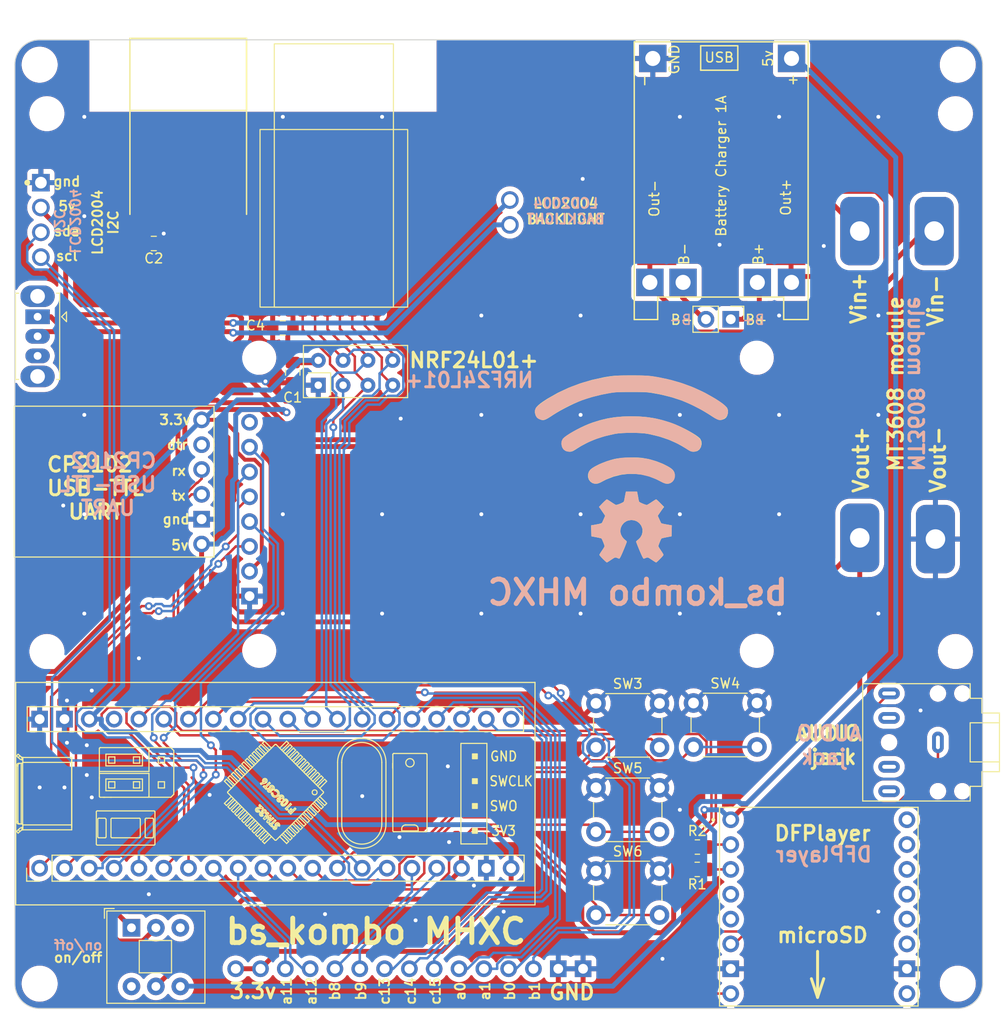
<source format=kicad_pcb>
(kicad_pcb (version 20221018) (generator pcbnew)
  (layers (0 "F.Cu" signal) (31 "B.Cu" signal) (34 "B.Paste" user) (35 "F.Paste" user) (36 "B.SilkS" user "B.Silkscreen") (37 "F.SilkS" user "F.Silkscreen") (38 "B.Mask" user) (39 "F.Mask" user) (44 "Edge.Cuts" user))
  (net 0 "")
  (net 1 "Net-(BT1-+)")
  (net 2 "Net-(BT1--)")
  (net 3 "GND")
  (net 4 "+3V3")
  (net 5 "+5V")
  (net 6 "rx")
  (net 7 "tx")
  (net 8 "Net-(DS1-5V)")
  (net 9 "Net-(DS1-OUT+)")
  (net 10 "Net-(DS1-OUT-)")
  (net 11 "Net-(DS2-SDA)")
  (net 12 "Net-(DS2-SCL)")
  (net 13 "Net-(DS2-LIGHT_1)")
  (net 14 "Net-(DS2-LIGHT_2)")
  (net 16 "Net-(U3-SPK2)")
  (net 17 "Net-(U3-SPK1)")
  (net 18 "Net-(J2-Pin_3)")
  (net 19 "Net-(J2-Pin_4)")
  (net 20 "Net-(J2-Pin_5)")
  (net 21 "Net-(J2-Pin_6)")
  (net 22 "Net-(J2-Pin_7)")
  (net 24 "Net-(J5-Pin_3)")
  (net 25 "Net-(J5-Pin_4)")
  (net 26 "Net-(J5-Pin_5)")
  (net 27 "Net-(J5-Pin_6)")
  (net 28 "Net-(J5-Pin_7)")
  (net 29 "Net-(J5-Pin_8)")
  (net 30 "Net-(J5-Pin_9)")
  (net 31 "Net-(J5-Pin_10)")
  (net 32 "Net-(J5-Pin_11)")
  (net 33 "Net-(J5-Pin_12)")
  (net 34 "Net-(U2-PB11)")
  (net 35 "Net-(U3-TX)")
  (net 36 "Net-(U2-PB10)")
  (net 37 "Net-(U3-RX)")
  (net 38 "Net-(U1-IN+)")
  (net 42 "Net-(SW3-B)")
  (net 43 "Net-(SW4-B)")
  (net 44 "Net-(SW5-B)")
  (net 45 "Net-(SW6-B)")
  (net 47 "Net-(U2-PA2)")
  (net 48 "Net-(U2-PA3)")
  (net 49 "Net-(U2-PA4)")
  (net 50 "Net-(U2-PA5)")
  (net 51 "Net-(U2-PA6)")
  (net 52 "Net-(U2-PA7)")
  (net 66 "Net-(J5-Pin_13)")
  (footprint "Button_Switch_THT:SW_Slide_1P2T_CK_OS102011MS2Q" (layer "F.Cu") (at 119.1695 91.821 -90)
    (fp_text reference "SW2" hide)
    (fp_text value "SW_SPDT")
  )
  (footprint "Capacitor_SMD:C_0805_2012Metric_Pad1.18x1.45mm_HandSolder" (layer "F.Cu") (at 131.064 84.328)
    (fp_text reference "C2")
    (fp_text value "10u")
  )
  (footprint "MountingHole:MountingHole_3.2mm_M3" (layer "F.Cu") (at 119.38 160.02)
    (fp_text reference "REF**" hide)
    (fp_text value "MountingHole_3.2mm_M3" hide)
  )
  (footprint "Resistor_SMD:R_0805_2012Metric_Pad1.20x1.40mm_HandSolder" (layer "F.Cu") (at 186.69 148.336)
    (fp_text reference "R1")
    (fp_text value "1K")
  )
  (footprint "sam:TP4056-18650" (layer "F.Cu") (at 198.0425 63.705 -90)
    (fp_text reference "DS1" hide)
    (fp_text value "TP4056 module")
  )
  (footprint "sam:YAAJ_BluePill_1" (layer "F.Cu") (at 119.38 148.209 90)
    (fp_text reference "U2" hide)
    (fp_text value "YAAJ_BluePill_Part_Like" hide)
  )
  (footprint "sam:st7735s module" (layer "F.Cu") (at 139.446 129.032)
    (fp_text reference "J2" hide)
    (fp_text value "ST7735S module")
  )
  (footprint "Connector_PinHeader_2.54mm:PinHeader_1x15_P2.54mm_Vertical" (layer "F.Cu") (at 175.006 158.496 -90)
    (fp_text reference "J5" hide)
    (fp_text value "Conn_01x15" hide)
  )
  (footprint "Button_Switch_THT:SW_PUSH_6mm_H13mm" (layer "F.Cu") (at 176.328 148.499)
    (fp_text reference "SW6")
    (fp_text value "SW_MEC_5G")
  )
  (footprint "Resistor_SMD:R_0805_2012Metric_Pad1.20x1.40mm_HandSolder" (layer "F.Cu") (at 186.706 146.05)
    (fp_text reference "R2")
    (fp_text value "1K")
  )
  (footprint "sam:nRF24L01_PA_LNA_Breakout_smd" (layer "F.Cu") (at 144.7966 90.5778 90)
    (fp_text reference "U6" hide)
    (fp_text value "RF_Module:nRF24L01_PA_LNA_ceramic")
  )
  (footprint "sam:MODULE_DFR0299" (layer "F.Cu") (at 199.136 152.146)
    (fp_text reference "U3" hide)
    (fp_text value "DFR0299")
  )
  (footprint "Keyplus_nordic:NRF24L01-Module-SMD" (layer "F.Cu") (at 128.62 63.345 -90)
    (fp_text reference "U4" hide)
    (fp_text value "NRF24L01_smd")
  )
  (footprint "sam:MT3608 module" (layer "F.Cu") (at 203.2 113.665 90)
    (fp_text reference "U1" hide)
    (fp_text value "MT3608 module")
  )
  (footprint "MountingHole:MountingHole_3.2mm_M3" (layer "F.Cu") (at 213.36 66.04)
    (fp_text reference "REF**" hide)
    (fp_text value "MountingHole_3.2mm_M3" hide)
  )
  (footprint "MountingHole:MountingHole_3.2mm_M3" (layer "F.Cu") (at 119.38 66.04)
    (fp_text reference "REF**" hide)
    (fp_text value "MountingHole_3.2mm_M3" hide)
  )
  (footprint "Button_Switch_THT:SW_PUSH_6mm_H13mm" (layer "F.Cu") (at 176.328 139.99)
    (fp_text reference "SW5")
    (fp_text value "SW_MEC_5G")
  )
  (footprint "sam:nRF24L01_PA_LNA_Breakout" (layer "F.Cu") (at 147.9001 98.8188 90)
    (fp_text reference "U7" hide)
    (fp_text value "NRF24L01_Breakout" hide)
  )
  (footprint "LCD-20X4B:LCD_LCD-20X4B_i2c" (layer "F.Cu") (at 166.624 98.552)
    (fp_text reference "DS2" hide)
    (fp_text value "LCD-20X4B")
  )
  (footprint "Connector_Audio:Jack_3.5mm_CUI_SJ1-3525N_Horizontal" (layer "F.Cu") (at 211.328 135.342 90)
    (fp_text reference "J4" hide)
    (fp_text value "AudioJack2_Dual_Ground_Switch")
  )
  (footprint "Connector_PinHeader_2.54mm:PinHeader_1x02_P2.54mm_Vertical" (layer "F.Cu") (at 190.124 92.075 -90)
    (fp_text reference "BT1" hide)
    (fp_text value "Battery_Cell")
  )
  (footprint "Capacitor_SMD:C_0805_2012Metric_Pad1.18x1.45mm_HandSolder" (layer "F.Cu") (at 145.288 97.536 -90)
    (fp_text reference "C1")
    (fp_text value "10u")
  )
  (footprint "Button_Switch_THT:SW_PUSH_6mm_H13mm" (layer "F.Cu") (at 176.328 131.354)
    (fp_text reference "SW3")
    (fp_text value "SW_MEC_5G")
  )
  (footprint "Capacitor_SMD:C_0805_2012Metric_Pad1.18x1.45mm_HandSolder" (layer "F.Cu") (at 144.272 92.964 180)
    (fp_text reference "C4")
    (fp_text value "10u")
  )
  (footprint "MountingHole:MountingHole_3.2mm_M3" (layer "F.Cu") (at 213.36 160.02)
    (fp_text reference "REF**" hide)
    (fp_text value "MountingHole_3.2mm_M3" hide)
  )
  (footprint "Button_Switch_THT:SW_Push_2P2T_Toggle_CK_PVA2xxH1xxxxxxV2" (layer "F.Cu") (at 128.778 154.305)
    (fp_text reference "SW1" hide)
    (fp_text value "SW_Push_DPDT")
  )
  (footprint "Button_Switch_THT:SW_PUSH_6mm_H13mm" (layer "F.Cu") (at 186.309 131.318)
    (fp_text reference "SW4")
    (fp_text value "SW_MEC_5G")
  )
  (footprint "Connector_PinHeader_2.54mm:PinHeader_1x06_P2.54mm_Vertical" (layer "F.Cu") (at 135.96 102.362)
    (fp_text reference "J1" hide)
    (fp_text value "Conn_01x06")
  )
  (footprint "LOGO" (layer "F.Cu") (at 179.959 107.315)
    (fp_text reference "G***" hide)
    (fp_text value "LOGO" hide)
  )
  (footprint "LOGO" (layer "B.Cu") (at 179.959 107.315 180)
    (fp_text reference "G***" hide)
    (fp_text value "LOGO" hide)
  )
  (gr_line (start 199.009 161.417) (end 198.374 159.512) (stroke (width 0.3)) (layer "F.SilkS"))
  (gr_line (start 199.009 161.417) (end 199.644 159.512) (stroke (width 0.3)) (layer "F.SilkS"))
  (gr_line (start 199.009 156.718) (end 199.009 161.417) (stroke (width 0.3)) (layer "F.SilkS"))
  (gr_line (start 213.36 162.56) (end 119.38 162.56) (stroke (width 0.1)) (layer "Edge.Cuts"))
  (gr_line (start 119.38 63.5) (end 213.36 63.5) (stroke (width 0.1)) (layer "Edge.Cuts"))
  (gr_arc (start 116.84 66.04) (mid 117.583949 64.243949) (end 119.38 63.5) (stroke (width 0.1)) (layer "Edge.Cuts"))
  (gr_arc (start 119.38 162.56) (mid 117.583949 161.816051) (end 116.84 160.02) (stroke (width 0.1)) (layer "Edge.Cuts"))
  (gr_line (start 215.9 66.04) (end 215.9 160.02) (stroke (width 0.1)) (layer "Edge.Cuts"))
  (gr_arc (start 215.9 160.02) (mid 215.156051 161.816051) (end 213.36 162.56) (stroke (width 0.1)) (layer "Edge.Cuts"))
  (gr_arc (start 213.36 63.5) (mid 215.156051 64.243949) (end 215.9 66.04) (stroke (width 0.1)) (layer "Edge.Cuts"))
  (gr_line (start 116.84 160.02) (end 116.84 66.04) (stroke (width 0.1)) (layer "Edge.Cuts"))
  (gr_text "LCD2004\nI2C" (at 122.174 82.042 -90) (layer "B.SilkS") (effects (font (size 1 1) (thickness 0.2)) (justify mirror)))
  (gr_text "MT3608 module" (at 209.042 98.679 -90) (layer "B.SilkS") (effects (font (size 1.5 1.5) (thickness 0.3)) (justify mirror)))
  (gr_text "AUDIO \njack" (at 199.644 135.636) (layer "B.SilkS") (effects (font (size 1.5 1.5) (thickness 0.3)) (justify mirror)))
  (gr_text "CP2102 \nUSB-TTL\nUART" (at 126.365 108.966) (layer "B.SilkS") (effects (font (size 1.5 1.5) (thickness 0.3)) (justify mirror)))
  (gr_text "LCD2004\nBACKLIGHT" (at 173.228 81.026) (layer "B.SilkS") (effects (font (size 1 1) (thickness 0.2)) (justify mirror)))
  (gr_text "DFPlayer" (at 199.644 146.812) (layer "B.SilkS") (effects (font (size 1.5 1.5) (thickness 0.3)) (justify mirror)))
  (gr_text "NRF24L01+" (at 163.322 98.298) (layer "B.SilkS") (effects (font (size 1.5 1.5) (thickness 0.3)) (justify mirror)))
  (gr_text "bs_kombo MHXC" (at 180.594 120.015) (layer "B.SilkS") (effects (font (size 2.5 2.5) (thickness 0.5)) (justify mirror)))
  (gr_text "B+" (at 193.675094 92.71) (layer "B.SilkS") (effects (font (size 1 1)) (justify left bottom mirror)))
  (gr_text "on/off" (at 123.317 156.083) (layer "B.SilkS") (effects (font (size 1 1) (thickness 0.2)) (justify mirror)))
  (gr_text "B-" (at 186.182 92.71) (layer "B.SilkS") (effects (font (size 1 1)) (justify left bottom mirror)))
  (gr_text "microSD" (at 199.517 155.067) (layer "F.SilkS") (effects (font (size 1.5 1.5) (thickness 0.3))))
  (gr_text "CP2102 \nUSB-TTL\nUART" (at 125.095 109.347) (layer "F.SilkS") (effects (font (size 1.5 1.5) (thickness 0.3))))
  (gr_text "c15" (at 159.893 160.782 90) (layer "F.SilkS") (effects (font (size 1 1) (thickness 0.2))))
  (gr_text "LCD2004\nI2C" (at 126.111 82.169 90) (layer "F.SilkS") (effects (font (size 1 1) (thickness 0.2))))
  (gr_text "a1" (at 164.973 160.782 90) (layer "F.SilkS") (effects (font (size 1 1) (thickness 0.2))))
  (gr_text "gnd" (at 122.174 77.978) (layer "F.SilkS") (effects (font (size 1 1) (thickness 0.2))))
  (gr_text "tx" (at 133.604 110.109) (layer "F.SilkS") (effects (font (size 1 1) (thickness 0.2))))
  (gr_text "b0" (at 167.513 160.782 90) (layer "F.SilkS") (effects (font (size 1 1) (thickness 0.2))))
  (gr_text "sda" (at 122.174 83.058) (layer "F.SilkS") (effects (font (size 1 1) (thickness 0.2))))
  (gr_text "gnd" (at 133.35 112.522) (layer "F.SilkS") (effects (font (size 1 1) (thickness 0.2))))
  (gr_text "scl" (at 122.174 85.598) (layer "F.SilkS") (effects (font (size 1 1) (thickness 0.2))))
  (gr_text "rx" (at 133.604 107.569) (layer "F.SilkS") (effects (font (size 1 1) (thickness 0.2))))
  (gr_text "LCD2004\nBACKLIGHT" (at 173.228 81.026) (layer "F.SilkS") (effects (font (size 1 1) (thickness 0.2))))
  (gr_text "5v" (at 122.174 80.518) (layer "F.SilkS") (effects (font (size 1 1) (thickness 0.2))))
  (gr_text "a11" (at 144.653 160.782 90) (layer "F.SilkS") (effects (font (size 1 1) (thickness 0.2))))
  (gr_text "b8\n" (at 149.606 160.782 90) (layer "F.SilkS") (effects (font (size 1 1) (thickness 0.2))))
  (gr_text "c13" (at 154.686 160.782 90) (layer "F.SilkS") (effects (font (size 1 1) (thickness 0.2))))
  (gr_text "a12" (at 147.193 160.782 90) (layer "F.SilkS") (effects (font (size 1 1) (thickness 0.2))))
  (gr_text "Vin+" (at 203.2 89.916 90) (layer "F.SilkS") (effects (font (size 1.5 1.5) (thickness 0.3))))
  (gr_text "3.3v" (at 133.223 102.362) (layer "F.SilkS") (effects (font (size 1 1) (thickness 0.2))))
  (gr_text "B+" (at 191.516 92.71) (layer "F.SilkS") (effects (font (size 1 1)) (justify left bottom)))
  (gr_text "b9" (at 152.273 160.782 90) (layer "F.SilkS") (effects (font (size 1 1) (thickness 0.2))))
  (gr_text "dtr" (at 133.477 104.902) (layer "F.SilkS") (effects (font (size 1 1) (thickness 0.2))))
  (gr_text "MT3608 module" (at 207.01 98.679 90) (layer "F.SilkS") (effects (font (size 1.5 1.5) (thickness 0.3))))
  (gr_text "GND" (at 173.863 160.909) (layer "F.SilkS") (effects (font (size 1.5 1.5) (thickness 0.3))))
  (gr_text "b1" (at 170.053 160.782 90) (layer "F.SilkS") (effects (font (size 1 1) (thickness 0.2))))
  (gr_text "NRF24L01+" (at 163.83 96.266) (layer "F.SilkS") (effects (font (size 1.5 1.5) (thickness 0.3))))
  (gr_text "5v" (at 133.731 115.189) (layer "F.SilkS") (effects (font (size 1 1) (thickness 0.2))))
  (gr_text "Vout+" (at 203.454 106.426 90) (layer "F.SilkS") (effects (font (size 1.5 1.5) (thickness 0.3))))
  (gr_text "Vout-" (at 211.328 106.426 90) (layer "F.SilkS") (effects (font (size 1.5 1.5) (thickness 0.3))))
  (gr_text "Vin-" (at 211.074 90.17 90) (layer "F.SilkS") (effects (font (size 1.5 1.5) (thickness 0.3))))
  (gr_text "a0" (at 162.433 160.782 90) (layer "F.SilkS") (effects (font (size 1 1) (thickness 0.2))))
  (gr_text "bs_kombo MHXC" (at 153.797 154.686) (layer "F.SilkS") (effects (font (size 2.5 2.5) (thickness 0.5))))
  (gr_text "AUDIO \njack" (at 200.66 135.636) (layer "F.SilkS") (effects (font (size 1.5 1.5) (thickness 0.3))))
  (gr_text "on/off" (at 123.317 157.353) (layer "F.SilkS") (effects (font (size 1 1) (thickness 0.2))))
  (gr_text "B-" (at 183.896 92.71) (layer "F.SilkS") (effects (font (size 1 1)) (justify left bottom)))
  (gr_text "c14" (at 157.353 160.782 90) (layer "F.SilkS") (effects (font (size 1 1) (thickness 0.2))))
  (gr_text "DFPlayer" (at 199.517 144.653) (layer "F.SilkS") (effects (font (size 1.5 1.5) (thickness 0.3))))
  (gr_text "3.3v" (at 141.224 160.782) (layer "F.SilkS") (effects (font (size 1.5 1.5) (thickness 0.3))))
  (segment (start 190.124 92.075) (end 191.3375 92.075) (width 0.5) (layer "F.Cu") (net 1))
  (segment (start 193.04 90.3725) (end 193.04 87.9505) (width 0.5) (layer "F.Cu") (net 1))
  (segment (start 191.3375 92.075) (end 193.04 90.3725) (width 0.5) (layer "F.Cu") (net 1))
  (segment (start 185.193 89.8675) (end 185.193 87.7035) (width 0.5) (layer "F.Cu") (net 2))
  (segment (start 187.4005 92.075) (end 185.193 89.8675) (width 0.5) (layer "F.Cu") (net 2))
  (segment (start 187.584 92.075) (end 187.4005 92.075) (width 0.5) (layer "F.Cu") (net 2))
  (segment (start 122.174 131.064) (end 122.174 132.715) (width 0.5) (layer "F.Cu") (net 3))
  (segment (start 122.174 135.382) (end 122.174 133.223) (width 0.5) (layer "F.Cu") (net 3))
  (segment (start 147.9001 98.8188) (end 145.5333 98.8188) (width 0.5) (layer "F.Cu") (net 3))
  (segment (start 145.5333 98.8188) (end 145.288 98.5735) (width 0.5) (layer "F.Cu") (net 3))
  (segment (start 122.174 133.223) (end 121.92 132.969) (width 0.5) (layer "F.Cu") (net 3))
  (segment (start 122.174 132.715) (end 121.92 132.969) (width 0.5) (layer "F.Cu") (net 3))
  (segment (start 132.1015 84.328) (end 131.445 83.6715) (width 0.4) (layer "F.Cu") (net 3))
  (segment (start 131.445 83.6715) (end 131.445 80.8375) (width 0.4) (layer "F.Cu") (net 3))
  (via (at 195.072 101.854) (size 0.8) (drill 0.4) (layers "F.Cu" "B.Cu") (net 3))
  (via (at 124.714 140.97) (size 0.8) (drill 0.4) (layers "F.Cu" "B.Cu") (net 3))
  (via (at 195.072 112.014) (size 0.8) (drill 0.4) (layers "F.Cu" "B.Cu") (net 3))
  (via (at 136.779 140.716) (size 0.8) (drill 0.4) (layers "F.Cu" "B.Cu") (net 3))
  (via (at 144.272 71.374) (size 0.8) (drill 0.4) (layers "F.Cu" "B.Cu") (net 3))
  (via (at 119.38 139.954) (size 0.8) (drill 0.4) (layers "F.Cu" "B.Cu") (net 3))
  (via (at 123.952 81.534) (size 0.8) (drill 0.4) (layers "F.Cu" "B.Cu") (net 3))
  (via (at 199.644 84.582) (size 0.8) (drill 0.4) (layers "F.Cu" "B.Cu") (net 3))
  (via (at 154.432 112.014) (size 0.8) (drill 0.4) (layers "F.Cu" "B.Cu") (net 3))
  (via (at 129.54 126.746) (size 0.8) (drill 0.4) (layers "F.Cu" "B.Cu") (net 3))
  (via (at 174.752 91.694) (size 0.8) (drill 0.4) (layers "F.Cu" "B.Cu") (net 3))
  (via (at 157.861 153.543) (size 0.8) (drill 0.4) (layers "F.Cu" "B.Cu") (net 3))
  (via (at 205.232 91.694) (size 0.8) (drill 0.4) (layers "F.Cu" "B.Cu") (net 3))
  (via (at 122.174 135.382) (size 0.8) (drill 0.4) (layers "F.Cu" "B.Cu") (net 3))
  (via (at 124.714 130.048) (size 0.8) (drill 0.4) (layers "F.Cu" "B.Cu") (net 3))
  (via (at 123.952 122.174) (size 0.8) (drill 0.4) (layers "F.Cu" "B.Cu") (net 3))
  (via (at 184.912 101.854) (size 0.8) (drill 0.4) (layers "F.Cu" "B.Cu") (net 3))
  (via (at 195.072 71.374) (size 0.8) (drill 0.4) (layers "F.Cu" "B.Cu") (net 3))
  (via (at 144.272 122.174) (size 0.8) (drill 0.4) (layers "F.Cu" "B.Cu") (net 3))
  (via (at 122.174 131.064) (size 0.8) (drill 0.4) (layers "F.Cu" "B.Cu") (net 3))
  (via (at 121.92 139.954) (size 0.8) (drill 0.4) (layers "F.Cu" "B.Cu") (net 3))
  (via (at 183.134 157.48) (size 0.8) (drill 0.4) (layers "F.Cu" "B.Cu") (net 3))
  (via (at 148.59 152.908) (size 0.8) (drill 0.4) (layers "F.Cu" "B.Cu") (net 3))
  (via (at 123.952 71.374) (size 0.8) (drill 0.4) (layers "F.Cu" "B.Cu") (net 3))
  (via (at 161.29 145.542) (size 0.8) (drill 0.4) (layers "F.Cu" "B.Cu") (net 3))
  (via (at 132.08 83.312) (size 0.8) (drill 0.4) (layers "F.Cu" "B.Cu") (net 3))
  (via (at 174.965294 77.724) (size 0.8) (drill 0.4) (layers "F.Cu" "B.Cu") (net 3))
  (via (at 121.793 111.125) (size 0.8) (drill 0.4) (layers "F.Cu" "B.Cu") (net 3))
  (via (at 130.556 150.876) (size 0.8) (drill 0.4) (layers "F.Cu" "B.Cu") (net 3))
  (via (at 164.592 122.174) (size 0.8) (drill 0.4) (layers "F.Cu" "B.Cu") (net 3))
  (via (at 123.952 101.854) (size 0.8) (drill 0.4) (layers "F.Cu" "B.Cu") (net 3))
  (via (at 154.432 122.174) (size 0.8) (drill 0.4) (layers "F.Cu" "B.Cu") (net 3))
  (via (at 174.752 122.174) (size 0.8) (drill 0.4) (layers "F.Cu" "B.Cu") (net 3))
  (via (at 174.752 112.014) (size 0.8) (drill 0.4) (layers "F.Cu" "B.Cu") (net 3))
  (via (at 124.206 135.636) (size 0.8) (drill 0.4) (layers "F.Cu" "B.Cu") (net 3))
  (via (at 205.232 152.654) (size 0.8) (drill 0.4) (layers "F.Cu" "B.Cu") (net 3))
  (via (at 195.072 122.174) (size 0.8) (drill 0.4) (layers "F.Cu" "B.Cu") (net 3))
  (via (at 163.83 149.987) (size 0.8) (drill 0.4) (layers "F.Cu" "B.Cu") (net 3))
  (via (at 184.912 112.014) (size 0.8) (drill 0.4) (layers "F.Cu" "B.Cu") (net 3))
  (via (at 184.912 122.174) (size 0.8) (drill 0.4) (layers "F.Cu" "B.Cu") (net 3))
  (via (at 156.21 145.034) (size 0.8) (drill 0.4) (layers "F.Cu" "B.Cu") (net 3))
  (via (at 166.878 152.654) (size 0.8) (drill 0.4) (layers "F.Cu" "B.Cu") (net 3))
  (via (at 184.912 142.24) (size 0.8) (drill 0.4) (layers "F.Cu" "B.Cu") (net 3))
  (via (at 205.232 71.374) (size 0.8) (drill 0.4) (layers "F.Cu" "B.Cu") (net 3))
  (via (at 161.163 137.795) (size 0.8) (drill 0.4) (layers "F.Cu" "B.Cu") (net 3))
  (via (at 154.432 71.374) (size 0.8) (drill 0.4) (layers "F.Cu" "B.Cu") (net 3))
  (via (at 144.272 112.014) (size 0.8) (drill 0.4) (layers "F.Cu" "B.Cu") (net 3))
  (via (at 124.206 138.684) (size 0.8) (drill 0.4) (layers "F.Cu" "B.Cu") (net 3))
  (via (at 152.4 140.843) (size 0.8) (drill 0.4) (layers "F.Cu" "B.Cu") (net 3))
  (via (at 142.494 98.425) (size 0.8) (drill 0.4) (layers "F.Cu" "B.Cu") (net 3))
  (via (at 123.952 112.014) (size 0.8) (drill 0.4) (layers "F.Cu" "B.Cu") (net 3))
  (via (at 156.337 102.235) (size 0.8) (drill 0.4) (layers "F.Cu" "B.Cu") (net 3))
  (via (at 188.976 84.455) (size 0.8) (drill 0.4) (layers "F.Cu" "B.Cu") (net 3))
  (via (at 205.232 122.174) (size 0.8) (drill 0.4) (layers "F.Cu" "B.Cu") (net 3))
  (via (at 164.592 101.854) (size 0.8) (drill 0.4) (layers "F.Cu" "B.Cu") (net 3))
  (via (at 195.072 91.694) (size 0.8) (drill 0.4) (layers "F.Cu" "B.Cu") (net 3))
  (via (at 174.752 101.854) (size 0.8) (drill 0.4) (layers "F.Cu" "B.Cu") (net 3))
  (via (at 164.592 112.014) (size 0.8) (drill 0.4) (layers "F.Cu" "B.Cu") (net 3))
  (via (at 164.592 91.694) (size 0.8) (drill 0.4) (layers "F.Cu" "B.Cu") (net 3))
  (via (at 205.232 101.854) (size 0.8) (drill 0.4) (layers "F.Cu" "B.Cu") (net 3))
  (via (at 184.912 71.374) (size 0.8) (drill 0.4) (layers "F.Cu" "B.Cu") (net 3))
  (via (at 209.55 132.08) (size 0.8) (drill 0.4) (layers "F.Cu" "B.Cu") (net 3))
  (segment (start 143.764 156.718) (end 160.528 156.718) (width 0.5) (layer "F.Cu") (net 4))
  (segment (start 139.615 103.801) (end 138.176 102.362) (width 0.4) (layer "F.Cu") (net 4))
  (segment (start 145.3095 96.52) (end 147.6589 96.52) (width 0.5) (layer "F.Cu") (net 4))
  (segment (start 142.447848 90.055) (end 138.244848 85.852) (width 0.5) (layer "F.Cu") (net 4))
  (segment (start 141.986 158.496) (end 143.764 156.718) (width 0.5) (layer "F.Cu") (net 4))
  (segment (start 144.78 95.9905) (end 144.78 93.4935) (width 0.5) (layer "F.Cu") (net 4))
  (segment (start 139.615 105.665767) (end 139.615 103.801) (width 0.4) (layer "F.Cu") (net 4))
  (segment (start 164.631 152.555918) (end 165.128918 152.058) (width 0.5) (layer "F.Cu") (net 4))
  (segment (start 140.865 117.848) (end 142.115 116.598) (width 0.4) (layer "F.Cu") (net 4))
  (segment (start 145.288 96.4985) (end 144.78 95.9905) (width 0.5) (layer "F.Cu") (net 4))
  (segment (start 165.188 152.058) (end 167.64 149.606) (width 0.5) (layer "F.Cu") (net 4))
  (segment (start 167.64 149.606) (end 167.64 148.209) (width 0.5) (layer "F.Cu") (net 4))
  (segment (start 142.115 116.598) (end 142.115 107.170233) (width 0.4) (layer "F.Cu") (net 4))
  (segment (start 144.284 90.055) (end 142.447848 90.055) (width 0.5) (layer "F.Cu") (net 4))
  (segment (start 145.3095 92.964) (end 145.3095 91.0805) (width 0.5) (layer "F.Cu") (net 4))
  (segment (start 160.528 156.718) (end 164.631 152.615) (width 0.5) (layer "F.Cu") (net 4))
  (segment (start 138.176 102.362) (end 135.96 102.362) (width 0.4) (layer "F.Cu") (net 4))
  (segment (start 140.387233 106.438) (end 139.615 105.665767) (width 0.4) (layer "F.Cu") (net 4))
  (segment (start 147.6589 96.52) (end 147.9001 96.2788) (width 0.5) (layer "F.Cu") (net 4))
  (segment (start 164.631 152.615) (end 164.631 152.555918) (width 0.5) (layer "F.Cu") (net 4))
  (segment (start 138.244848 85.852) (end 131.064 85.852) (width 0.5) (layer "F.Cu") (net 4))
  (segment (start 142.115 107.170233) (end 141.382767 106.438) (width 0.4) (layer "F.Cu") (net 4))
  (segment (start 165.128918 152.058) (end 165.188 152.058) (width 0.5) (layer "F.Cu") (net 4))
  (segment (start 130.175 84.963) (end 130.175 80.8375) (width 0.5) (layer "F.Cu") (net 4))
  (segment (start 145.288 96.4985) (end 145.3095 96.52) (width 0.5) (layer "F.Cu") (net 4))
  (segment (start 141.382767 106.438) (end 140.387233 106.438) (width 0.4) (layer "F.Cu") (net 4))
  (segment (start 131.064 85.852) (end 130.175 84.963) (width 0.5) (layer "F.Cu") (net 4))
  (segment (start 141.986 158.496) (end 139.446 158.496) (width 0.5) (layer "F.Cu") (net 4))
  (segment (start 144.78 93.4935) (end 145.3095 92.964) (width 0.5) (layer "F.Cu") (net 4))
  (segment (start 145.034 90.805) (end 144.284 90.055) (width 0.5) (layer "F.Cu") (net 4))
  (segment (start 145.3095 91.0805) (end 145.034 90.805) (width 0.5) (layer "F.Cu") (net 4))
  (segment (start 135.852873 136.172) (end 136.577873 136.897) (width 0.5) (layer "B.Cu") (net 4))
  (segment (start 127.889 129.54) (end 124.46 132.969) (width 0.5) (layer "B.Cu") (net 4))
  (segment (start 136.577873 136.897) (end 138.954586 136.897) (width 0.5) (layer "B.Cu") (net 4))
  (segment (start 135.96 102.362) (end 136.144 102.362) (width 0.5) (layer "B.Cu") (net 4))
  (segment (start 148.768171 143.764) (end 165.1 143.764) (width 0.5) (layer "B.Cu") (net 4))
  (segment (start 136.144 102.362) (end 139.192 99.314) (width 0.5) (layer "B.Cu") (net 4))
  (segment (start 146.0372 96.2788) (end 147.9001 96.2788) (width 0.5) (layer "B.Cu") (net 4))
  (segment (start 124.46 132.969) (end 125.7 132.969) (width 0.5) (layer "B.Cu") (net 4))
  (segment (start 144.172437 142.114851) (end 147.119022 142.114851) (width 0.5) (layer "B.Cu") (net 4))
  (segment (start 125.7 132.969) (end 125.7 133.507478) (width 0.5) (layer "B.Cu") (net 4))
  (segment (start 135.96 102.362) (end 127.889 110.433) (width 0.5) (layer "B.Cu") (net 4))
  (segment (start 143.002 99.314) (end 146.0372 96.2788) (width 0.5) (layer "B.Cu") (net 4))
  (segment (start 138.954586 136.897) (end 144.172437 142.114851) (width 0.5) (layer "B.Cu") (net 4))
  (segment (start 126.461522 134.269) (end 129.189 134.269) (width 0.5) (layer "B.Cu") (net 4))
  (segment (start 147.119022 142.114851) (end 148.768171 143.764) (width 0.5) (layer "B.Cu") (net 4))
  (segment (start 129.189 134.269) (end 131.092 136.172) (width 0.5) (layer "B.Cu") (net 4))
  (segment (start 127.889 110.433) (end 127.889 129.54) (width 0.5) (layer "B.Cu") (net 4))
  (segment (start 167.64 146.304) (end 167.64 148.209) (width 0.5) (layer "B.Cu") (net 4))
  (segment (start 131.092 136.172) (end 135.852873 136.172) (width 0.5) (layer "B.Cu") (net 4))
  (segment (start 165.1 143.764) (end 167.64 146.304) (width 0.5) (layer "B.Cu") (net 4))
  (segment (start 139.192 99.314) (end 143.002 99.314) (width 0.5) (layer "B.Cu") (net 4))
  (segment (start 125.7 133.507478) (end 126.461522 134.269) (width 0.5) (layer "B.Cu") (net 4))
  (segment (start 184.278 145.3825) (end 184.278 153.59961) (width 0.5) (layer "F.Cu") (net 5))
  (segment (start 140.042 93.807585) (end 138.938 94.911585) (width 0.5) (layer "F.Cu") (net 5))
  (segment (start 203.327 114.427) (end 203.327 130.048) (width 0.5) (layer "F.Cu") (net 5))
  (segment (start 159.512 151.384) (end 162.56 148.336) (width 0.5) (layer "F.Cu") (net 5))
  (segment (start 185.5545 144.106) (end 184.278 145.3825) (width 0.5) (layer "F.Cu") (net 5))
  (segment (start 163.872172 144.789) (end 162.56 146.101172) (width 0.5) (layer "F.Cu") (net 5))
  (segment (start 187.4205 142.24) (end 187.4205 142.965582) (width 0.5) (layer "F.Cu") (net 5))
  (segment (start 140.199 151.384) (end 159.512 151.384) (width 0.5) (layer "F.Cu") (net 5))
  (segment (start 138.938 96.266) (end 144.272 101.6) (width 0.5) (layer "F.Cu") (net 5))
  (segment (start 203.327 130.048) (end 190.119 143.256) (width 0.5) (layer "F.Cu") (net 5))
  (segment (start 174.878 153.59961) (end 174.878 151.307172) (width 0.5) (layer "F.Cu") (net 5))
  (segment (start 187.4205 142.965582) (end 186.280082 144.106) (width 0.5) (layer "F.Cu") (net 5))
  (segment (start 122.047 90.424) (end 123.229 91.606) (width 0.5) (layer "F.Cu") (net 5))
  (segment (start 195.424082 123.024) (end 203.327 115.121082) (width 0.5) (layer "F.Cu") (net 5))
  (segment (start 186.280082 144.106) (end 185.5545 144.106) (width 0.5) (layer "F.Cu") (net 5))
  (segment (start 203.327 115.121082) (end 203.327 114.427) (width 0.5) (layer "F.Cu") (net 5))
  (segment (start 168.359828 144.789) (end 163.872172 144.789) (width 0.5) (layer "F.Cu") (net 5))
  (segment (start 123.229 91.606) (end 139.7 91.606) (width 0.5) (layer "F.Cu") (net 5))
  (segment (start 135.96 119.45) (end 139.534 123.024) (width 0.5) (layer "F.Cu") (net 5))
  (segment (start 144.272 101.6) (end 144.653 101.6) (width 0.5) (layer "F.Cu") (net 5))
  (segment (start 176.09139 154.813) (end 174.878 153.59961) (width 0.5) (layer "F.Cu") (net 5))
  (segment (start 122.047 83.439) (end 122.047 90.424) (width 0.5) (layer "F.Cu") (net 5))
  (segment (start 131.278 160.305) (end 140.199 151.384) (width 0.5) (layer "F.Cu") (net 5))
  (segment (start 135.96 115.062) (end 135.96 119.45) (width 0.5) (layer "F.Cu") (net 5))
  (segment (start 140.042 91.948) (end 140.042 93.807585) (width 0.5) (layer "F.Cu") (net 5))
  (segment (start 174.878 151.307172) (end 168.359828 144.789) (width 0.5) (layer "F.Cu") (net 5))
  (segment (start 183.06461 154.813) (end 176.09139 154.813) (width 0.5) (layer "F.Cu") (net 5))
  (segment (start 139.7 91.606) (end 140.042 91.948) (width 0.5) (layer "F.Cu") (net 5))
  (segment (start 119.507 80.899) (end 122.047 83.439) (width 0.5) (layer "F.Cu") (net 5))
  (segment (start 138.938 94.911585) (end 138.938 96.266) (width 0.5) (layer "F.Cu") (net 5))
  (segment (start 119.507 80.645) (end 119.507 80.899) (width 0.5) (layer "F.Cu") (net 5))
  (segment (start 184.278 153.59961) (end 183.06461 154.813) (width 0.5) (layer "F.Cu") (net 5))
  (segment (start 162.56 148.336) (end 162.56 148.209) (width 0.5) (layer "F.Cu") (net 5))
  (segment (start 162.56 146.101172) (end 162.56 148.209) (width 0.5) (layer "F.Cu") (net 5))
  (segment (start 139.534 123.024) (end 195.424082 123.024) (width 0.5) (layer "F.Cu") (net 5))
  (via (at 187.4205 142.24) (size 0.8) (drill 0.4) (layers "F.Cu" "B.Cu") (net 5))
  (via (at 144.653 101.6) (size 0.8) (drill 0.4) (layers "F.Cu" "B.Cu") (net 5))
  (segment (start 139.446 108.293827) (end 139.115 108.624827) (width 0.5) (layer "B.Cu") (net 5))
  (segment (start 144.653 101.6) (end 144.361 101.308) (width 0.5) (layer "B.Cu") (net 5))
  (segment (start 137.58 115.062) (end 135.96 115.062) (width 0.5) (layer "B.Cu") (net 5))
  (segment (start 138.264 114.466) (end 138.077918 114.466) (width 0.5) (layer "B.Cu") (net 5))
  (segment (start 139.115 113.615) (end 138.264 114.466) (width 0.5) (layer "B.Cu") (net 5))
  (segment (start 138.077918 114.466) (end 137.58 114.963918) (width 0.5) (layer "B.Cu") (net 5))
  (segment (start 139.446 101.854) (end 139.446 108.293827) (width 0.5) (layer "B.Cu") (net 5))
  (segment (start 187.4205 142.24) (end 189.103 142.24) (width 0.5) (layer "B.Cu") (net 5))
  (segment (start 139.992 101.308) (end 139.446 101.854) (width 0.5) (layer "B.Cu") (net 5))
  (segment (start 189.103 142.24) (end 190.119 143.256) (width 0.5) (layer "B.Cu") (net 5))
  (segment (start 139.115 108.624827) (end 139.115 113.615) (width 0.5) (layer "B.Cu") (net 5))
  (segment (start 144.361 101.308) (end 139.992 101.308) (width 0.5) (layer "B.Cu") (net 5))
  (segment (start 137.58 114.963918) (end 137.58 115.062) (width 0.5) (layer "B.Cu") (net 5))
  (segment (start 134.62 148.209) (end 134.62 139.7) (width 0.25) (layer "F.Cu") (net 6))
  (segment (start 133.551 126.851568) (end 133.551 111.365695) (width 0.25) (layer "F.Cu") (net 6))
  (segment (start 128.27 132.132568) (end 133.551 126.851568) (width 0.25) (layer "F.Cu") (net 6))
  (segment (start 129.064 134.144) (end 129.053299 134.144) (width 0.25) (layer "F.Cu") (net 6))
  (segment (start 128.27 133.360701) (end 128.27 132.132568) (width 0.25) (layer "F.Cu") (net 6))
  (segment (start 134.62 139.7) (end 129.064 134.144) (width 0.25) (layer "F.Cu") (net 6))
  (segment (start 133.551 111.365695) (end 134.934695 109.982) (width 0.25) (layer "F.Cu") (net 6))
  (segment (start 134.934695 109.982) (end 135.96 109.982) (width 0.25) (layer "F.Cu") (net 6))
  (segment (start 129.053299 134.144) (end 128.27 133.360701) (width 0.25) (layer "F.Cu") (net 6))
  (segment (start 135.473299 108.807) (end 135.541 108.807) (width 0.25) (layer "F.Cu") (net 7))
  (segment (start 128.000172 131.766) (end 133.101 126.665172) (width 0.25) (layer "F.Cu") (net 7))
  (segment (start 134.17 140.012) (end 128.397 134.239) (width 0.25) (layer "F.Cu") (net 7))
  (segment (start 126.419649 131.766) (end 128.000172 131.766) (width 0.25) (layer "F.Cu") (net 7))
  (segment (start 125.73 133.41885) (end 125.73 132.455649) (width 0.25) (layer "F.Cu") (net 7))
  (segment (start 128.397 134.239) (end 126.55015 134.239) (width 0.25) (layer "F.Cu") (net 7))
  (segment (start 133.101 126.665172) (end 133.101 111.179299) (width 0.25) (layer "F.Cu") (net 7))
  (segment (start 135.96 108.388) (end 135.96 107.442) (width 0.25) (layer "F.Cu") (net 7))
  (segment (start 134.17 146.119) (end 134.17 140.012) (width 0.25) (layer "F.Cu") (net 7))
  (segment (start 133.101 111.179299) (end 135.473299 108.807) (width 0.25) (layer "F.Cu") (net 7))
  (segment (start 132.08 148.209) (end 134.17 146.119) (width 0.25) (layer "F.Cu") (net 7))
  (segment (start 135.541 108.807) (end 135.96 108.388) (width 0.25) (layer "F.Cu") (net 7))
  (segment (start 125.73 132.455649) (end 126.419649 131.766) (width 0.25) (layer "F.Cu") (net 7))
  (segment (start 126.55015 134.239) (end 125.73 133.41885) (width 0.25) (layer "F.Cu") (net 7))
  (segment (start 187.068418 141.39) (end 186.5705 141.887918) (width 0.5) (layer "B.Cu") (net 8))
  (segment (start 207.01 75.5205) (end 207.01 126.365) (width 0.5) (layer "B.Cu") (net 8))
  (segment (start 133.809 160.274) (end 133.778 160.305) (width 0.5) (layer "B.Cu") (net 8))
  (segment (start 186.5705 141.887918) (end 186.5705 142.592082) (width 0.5) (layer "B.Cu") (net 8))
  (segment (start 188.468 149.86) (end 178.054 160.274) (width 0.5) (layer "B.Cu") (net 8))
  (segment (start 191.135 141.605) (end 190.92 141.39) (width 0.5) (layer "B.Cu") (net 8))
  (segment (start 196.293 64.8035) (end 207.01 75.5205) (width 0.5) (layer "B.Cu") (net 8))
  (segment (start 207.01 126.365) (end 191.77 141.605) (width 0.5) (layer "B.Cu") (net 8))
  (segment (start 178.054 160.274) (end 133.809 160.274) (width 0.5) (layer "B.Cu") (net 8))
  (segment (start 191.77 141.605) (end 191.135 141.605) (width 0.5) (layer "B.Cu") (net 8))
  (segment (start 188.468 144.489582) (end 188.468 149.86) (width 0.5) (layer "B.Cu") (net 8))
  (segment (start 190.92 141.39) (end 187.068418 141.39) (width 0.5) (layer "B.Cu") (net 8))
  (segment (start 186.5705 142.592082) (end 188.468 144.489582) (width 0.5) (layer "B.Cu") (net 8))
  (segment (start 137.54995 100.362) (end 137.79595 100.608) (width 0.5) (layer "F.Cu") (net 9))
  (segment (start 118.786 128.102) (end 120.973138 128.102) (width 0.5) (layer "F.Cu") (net 9))
  (segment (start 146.07605 104.394) (end 156.146551 104.394) (width 0.5) (layer "F.Cu") (net 9))
  (segment (start 137.79595 100.608) (end 142.290049 100.608) (width 0.5) (layer "F.Cu") (net 9))
  (segment (start 134.370051 100.362) (end 137.54995 100.362) (width 0.5) (layer "F.Cu") (net 9))
  (segment (start 142.290049 100.608) (end 146.07605 104.394) (width 0.5) (layer "F.Cu") (net 9))
  (segment (start 131.278 154.305) (end 129.928 155.655) (width 0.5) (layer "F.Cu") (net 9))
  (segment (start 205.994 80.01) (end 205.994 87.02105) (width 0.5) (layer "F.Cu") (net 9))
  (segment (start 127.428 155.655) (end 125.443 153.67) (width 0.5) (layer "F.Cu") (net 9))
  (segment (start 117.38 149.611949) (end 117.38 129.508) (width 0.5) (layer "F.Cu") (net 9))
  (segment (start 121.438051 153.67) (end 117.38 149.611949) (width 0.5) (layer "F.Cu") (net 9))
  (segment (start 181.546551 78.994) (end 204.978 78.994) (width 0.5) (layer "F.Cu") (net 9))
  (segment (start 205.994 87.02105) (end 205.31155 87.7035) (width 0.5) (layer "F.Cu") (net 9))
  (segment (start 156.146551 104.394) (end 181.546551 78.994) (width 0.5) (layer "F.Cu") (net 9))
  (segment (start 117.38 129.508) (end 118.786 128.102) (width 0.5) (layer "F.Cu") (net 9))
  (segment (start 131.826 117.249138) (end 131.826 110.651176) (width 0.5) (layer "F.Cu") (net 9))
  (segment (start 204.978 78.994) (end 205.994 80.01) (width 0.5) (layer "F.Cu") (net 9))
  (segment (start 133.539 108.938176) (end 133.539 101.19305) (width 0.5) (layer "F.Cu") (net 9))
  (segment (start 120.973138 128.102) (end 131.826 117.249138) (width 0.5) (layer "F.Cu") (net 9))
  (segment (start 131.826 110.651176) (end 133.539 108.938176) (width 0.5) (layer "F.Cu") (net 9))
  (segment (start 129.928 155.655) (end 127.428 155.655) (width 0.5) (layer "F.Cu") (net 9))
  (segment (start 196.293 87.7035) (end 196.293 84.5175) (width 0.5) (layer "F.Cu") (net 9))
  (segment (start 125.443 153.67) (end 121.438051 153.67) (width 0.5) (layer "F.Cu") (net 9))
  (segment (start 133.539 101.19305) (end 134.370051 100.362) (width 0.5) (layer "F.Cu") (net 9))
  (segment (start 205.31155 87.7035) (end 196.293 87.7035) (width 0.5) (layer "F.Cu") (net 9))
  (segment (start 181.8425 84.588) (end 182.499 83.9315) (width 0.5) (layer "F.Cu") (net 10))
  (segment (start 186.6125 93.375) (end 181.8425 88.605) (width 0.5) (layer "F.Cu") (net 10))
  (segment (start 181.8425 88.605) (end 181.8425 84.588) (width 0.5) (layer "F.Cu") (net 10))
  (segment (start 196.185 93.375) (end 186.6125 93.375) (width 0.5) (layer "F.Cu") (net 10))
  (segment (start 207.01 85.979) (end 207.01 87.376) (width 0.5) (layer "F.Cu") (net 10))
  (segment (start 207.01 87.376) (end 205.74 88.646) (width 0.5) (layer "F.Cu") (net 10))
  (segment (start 205.74 88.646) (end 200.914 88.646) (width 0.5) (layer "F.Cu") (net 10))
  (segment (start 200.914 88.646) (end 196.185 93.375) (width 0.5) (layer "F.Cu") (net 10))
  (segment (start 209.931 83.058) (end 207.01 85.979) (width 0.5) (layer "F.Cu") (net 10))
  (segment (start 210.947 83.058) (end 209.931 83.058) (width 0.5) (layer "F.Cu") (net 10))
  (segment (start 120.65 135.3185) (end 120.65 128.778) (width 0.25) (layer "B.Cu") (net 11))
  (segment (start 151.035 147.722299) (end 146.452552 143.139851) (width 0.25) (layer "B.Cu") (net 11))
  (segment (start 138.530018 137.922) (end 136.153305 137.922) (width 0.25) (layer "B.Cu") (net 11))
  (segment (start 136.153305 137.922) (end 135.428305 137.197) (width 0.25) (layer "B.Cu") (net 11))
  (segment (start 154.94 148.209) (end 154.051 148.209) (width 0.25) (layer "B.Cu") (net 11))
  (segment (start 154.051 148.209) (end 153.575 148.685) (width 0.25) (layer "B.Cu") (net 11))
  (segment (start 120.65 128.778) (end 126.55 122.878) (width 0.25) (layer "B.Cu") (net 11))
  (segment (start 122.5285 137.197) (end 120.65 135.3185) (width 0.25) (layer "B.Cu") (net 11))
  (segment (start 151.797 149.384) (end 151.035 148.622) (width 0.25) (layer "B.Cu") (net 11))
  (segment (start 118.11 84.582) (end 119.507 83.185) (width 0.25) (layer "B.Cu") (net 11))
  (segment (start 153.575 148.695701) (end 152.886701 149.384) (width 0.25) (layer "B.Cu") (net 11))
  (segment (start 146.452552 143.139851) (end 143.747869 143.139851) (width 0.25) (layer "B.Cu") (net 11))
  (segment (start 126.55 93.404396) (end 120.140604 86.995) (width 0.25) (layer "B.Cu") (net 11))
  (segment (start 120.140604 86.995) (end 118.894794 86.995) (width 0.25) (layer "B.Cu") (net 11))
  (segment (start 126.55 122.878) (end 126.55 93.404396) (width 0.25) (layer "B.Cu") (net 11))
  (segment (start 153.575 148.685) (end 153.575 148.695701) (width 0.25) (layer "B.Cu") (net 11))
  (segment (start 118.894794 86.995) (end 118.11 86.210206) (width 0.25) (layer "B.Cu") (net 11))
  (segment (start 118.11 86.210206) (end 118.11 84.582) (width 0.25) (layer "B.Cu") (net 11))
  (segment (start 135.428305 137.197) (end 122.5285 137.197) (width 0.25) (layer "B.Cu") (net 11))
  (segment (start 143.747869 143.139851) (end 138.530018 137.922) (width 0.25) (layer "B.Cu") (net 11))
  (segment (start 152.886701 149.384) (end 151.797 149.384) (width 0.25) (layer "B.Cu") (net 11))
  (segment (start 151.035 148.622) (end 151.035 147.722299) (width 0.25) (layer "B.Cu") (net 11))
  (segment (start 127 93.218) (end 119.507 85.725) (width 0.25) (layer "B.Cu") (net 12))
  (segment (start 124.073649 134.366) (end 123.19 133.482351) (width 0.25) (layer "B.Cu") (net 12))
  (segment (start 124.746 131.794) (end 127 129.54) (width 0.25) (layer "B.Cu") (net 12))
  (segment (start 123.19 132.334) (end 123.73 131.794) (width 0.25) (layer "B.Cu") (net 12))
  (segment (start 138.716414 137.472) (end 136.339701 137.472) (width 0.25) (layer "B.Cu") (net 12))
  (segment (start 123.73 131.794) (end 124.746 131.794) (width 0.25) (layer "B.Cu") (net 12))
  (segment (start 130.651 136.747) (end 128.748 134.844) (width 0.25) (layer "B.Cu") (net 12))
  (segment (start 123.19 133.482351) (end 123.19 132.334) (width 0.25) (layer "B.Cu") (net 12))
  (segment (start 136.339701 137.472) (end 135.614701 136.747) (width 0.25) (layer "B.Cu") (net 12))
  (segment (start 126.22335 134.844) (end 125.74535 134.366) (width 0.25) (layer "B.Cu") (net 12))
  (segment (start 125.74535 134.366) (end 124.073649 134.366) (width 0.25) (layer "B.Cu") (net 12))
  (segment (start 152.4 148.209) (end 146.88085 142.689851) (width 0.25) (layer "B.Cu") (net 12))
  (segment (start 135.614701 136.747) (end 130.651 136.747) (width 0.25) (layer "B.Cu") (net 12))
  (segment (start 143.934265 142.689851) (end 138.716414 137.472) (width 0.25) (layer "B.Cu") (net 12))
  (segment (start 127 129.54) (end 127 93.218) (width 0.25) (layer "B.Cu") (net 12))
  (segment (start 128.748 134.844) (end 126.22335 134.844) (width 0.25) (layer "B.Cu") (net 12))
  (segment (start 146.88085 142.689851) (end 143.934265 142.689851) (width 0.25) (layer "B.Cu") (net 12))
  (segment (start 120.523 91.821) (end 119.1695 91.821) (width 0.5) (layer "F.Cu") (net 13))
  (segment (start 121.158 92.456) (end 120.523 91.821) (width 0.5) (layer "F.Cu") (net 13))
  (segment (start 139.192 92.456) (end 121.158 92.456) (width 0.5) (layer "F.Cu") (net 13))
  (via (at 139.192 92.456) (size 0.8) (drill 0.4) (layers "F.Cu" "B.Cu") (net 13))
  (segment (start 139.192 92.456) (end 154.94 92.456) (width 0.5) (layer "B.Cu") (net 13))
  (segment (start 154.94 92.456) (end 167.513 79.883) (width 0.5) (layer "B.Cu") (net 13))
  (segment (start 119.6455 93.345) (end 119.1695 93.821) (width 0.5) (layer "F.Cu") (net 14))
  (segment (start 139.081497 93.345) (end 119.6455 93.345) (width 0.5) (layer "F.Cu") (net 14))
  (segment (start 139.192 93.455503) (end 139.081497 93.345) (width 0.5) (layer "F.Cu") (net 14))
  (via (at 139.192 93.455503) (size 0.8) (drill 0.4) (layers "F.Cu" "B.Cu") (net 14))
  (segment (start 139.208497 93.472) (end 154.91395 93.472) (width 0.5) (layer "B.Cu") (net 14))
  (segment (start 165.96295 82.423) (end 167.513 82.423) (width 0.5) (layer "B.Cu") (net 14))
  (segment (start 139.192 93.455503) (end 139.208497 93.472) (width 0.5) (layer "B.Cu") (net 14))
  (segment (start 154.91395 93.472) (end 165.96295 82.423) (width 0.5) (layer "B.Cu") (net 14))
  (segment (start 187.452 156.464) (end 189.23 154.686) (width 0.25) (layer "F.Cu") (net 16))
  (segment (start 188.722 161.036) (end 187.452 159.766) (width 0.25) (layer "F.Cu") (net 16))
  (segment (start 190.119 161.036) (end 188.722 161.036) (width 0.25) (layer "F.Cu") (net 16))
  (segment (start 189.23 154.686) (end 191.133604 154.686) (width 0.25) (layer "F.Cu") (net 16))
  (segment (start 203.962 141.857604) (end 203.962 132.708) (width 0.25) (layer "F.Cu") (net 16))
  (segment (start 187.452 159.766) (end 187.452 156.464) (width 0.25) (layer "F.Cu") (net 16))
  (segment (start 191.133604 154.686) (end 203.962 141.857604) (width 0.25) (layer "F.Cu") (net 16))
  (segment (start 203.962 132.708) (end 206.328 130.342) (width 0.25) (layer "F.Cu") (net 16))
  (segment (start 211.328 137.444148) (end 211.328 135.636) (width 0.25) (layer "F.Cu") (net 17))
  (segment (start 190.119 155.956) (end 190.5 155.956) (width 0.25) (layer "F.Cu") (net 17))
  (segment (start 204.895 141.561) (end 207.211148 141.561) (width 0.25) (layer "F.Cu") (net 17))
  (segment (start 190.5 155.956) (end 204.895 141.561) (width 0.25) (layer "F.Cu") (net 17))
  (segment (start 207.211148 141.561) (end 211.328 137.444148) (width 0.25) (layer "F.Cu") (net 17))
  (segment (start 139.155 115.607) (end 139.454 115.308) (width 0.25) (layer "F.Cu") (net 18))
  (segment (start 137.668 117.094) (end 138.721 116.041) (width 0.25) (layer "F.Cu") (net 18))
  (segment (start 139.454 115.308) (end 140.865 115.308) (width 0.25) (layer "F.Cu") (net 18))
  (segment (start 130.856305 122.137) (end 129.730518 122.137) (width 0.25) (layer "F.Cu") (net 18))
  (segment (start 138.721 116.041) (end 138.730305 116.041) (width 0.25) (layer "F.Cu") (net 18))
  (segment (start 123.095 128.772518) (end 123.095 147.034) (width 0.25) (layer "F.Cu") (net 18))
  (segment (start 129.730518 122.137) (end 123.095 128.772518) (width 0.25) (layer "F.Cu") (net 18))
  (segment (start 131.073305 121.92) (end 130.856305 122.137) (width 0.25) (layer "F.Cu") (net 18))
  (segment (start 131.572 121.92) (end 131.073305 121.92) (width 0.25) (layer "F.Cu") (net 18))
  (segment (start 139.155 115.616305) (end 139.155 115.607) (width 0.25) (layer "F.Cu") (net 18))
  (segment (start 138.730305 116.041) (end 139.155 115.616305) (width 0.25) (layer "F.Cu") (net 18))
  (segment (start 123.095 147.034) (end 121.92 148.209) (width 0.25) (layer "F.Cu") (net 18))
  (via (at 131.572 121.92) (size 0.8) (drill 0.4) (layers "F.Cu" "B.Cu") (net 18))
  (via (at 137.668 117.094) (size 0.8) (drill 0.4) (layers "F.Cu" "B.Cu") (net 18))
  (segment (start 131.572 121.92) (end 132.928305 121.92) (width 0.25) (layer "B.Cu") (net 18))
  (segment (start 132.928305 121.92) (end 137.668 117.094) (width 0.25) (layer "B.Cu") (net 18))
  (segment (start 132.08 134.874) (end 132.08 135.382) (width 0.25) (layer "F.Cu") (net 19))
  (segment (start 136.144 137.912695) (end 136.144 138.684) (width 0.25) (layer "F.Cu") (net 19))
  (segment (start 135.428305 137.197) (end 136.144 137.912695) (width 0.25) (layer "F.Cu") (net 19))
  (segment (start 132.08 135.382) (end 133.895 137.197) (width 0.25) (layer "F.Cu") (net 19))
  (segment (start 133.895 137.197) (end 135.428305 137.197) (width 0.25) (layer "F.Cu") (net 19))
  (via (at 136.144 138.684) (size 0.8) (drill 0.4) (layers "F.Cu" "B.Cu") (net 19))
  (via (at 132.08 134.874) (size 0.8) (drill 0.4) (layers "F.Cu" "B.Cu") (net 19))
  (segment (start 136.144 139.065) (end 136.144 138.684) (width 0.25) (layer "B.Cu") (net 19))
  (segment (start 133.255 133.699) (end 133.255 131.284604) (width 0.25) (layer "B.Cu") (net 19))
  (segment (start 132.08 134.874) (end 133.255 133.699) (width 0.25) (layer "B.Cu") (net 19))
  (segment (start 133.255 131.284604) (end 143.314 121.225604) (width 0.25) (layer "B.Cu") (net 19))
  (segment (start 143.314 115.217) (end 140.865 112.768) (width 0.25) (layer "B.Cu") (net 19))
  (segment (start 127 148.209) (end 136.144 139.065) (width 0.25) (layer "B.Cu") (net 19))
  (segment (start 143.314 121.225604) (end 143.314 115.217) (width 0.25) (layer "B.Cu") (net 19))
  (segment (start 139.7 113.264701) (end 139.69 113.254701) (width 0.25) (layer "F.Cu") (net 20))
  (segment (start 119.38 148.209) (end 120.555 147.034) (width 0.25) (layer "F.Cu") (net 20))
  (segment (start 139.69 113.254701) (end 139.69 111.403) (width 0.25) (layer "F.Cu") (net 20))
  (segment (start 120.555 130.676122) (end 129.819122 121.412) (width 0.25) (layer "F.Cu") (net 20))
  (segment (start 139.69 111.403) (end 140.865 110.228) (width 0.25) (layer "F.Cu") (net 20))
  (segment (start 129.819122 121.412) (end 130.556 121.412) (width 0.25) (layer "F.Cu") (net 20))
  (segment (start 120.555 147.034) (end 120.555 130.676122) (width 0.25) (layer "F.Cu") (net 20))
  (segment (start 138.43 115.316) (end 139.7 114.046) (width 0.25) (layer "F.Cu") (net 20))
  (segment (start 139.7 114.046) (end 139.7 113.264701) (width 0.25) (layer "F.Cu") (net 20))
  (via (at 130.556 121.412) (size 0.8) (drill 0.4) (layers "F.Cu" "B.Cu") (net 20))
  (via (at 138.43 115.316) (size 0.8) (drill 0.4) (layers "F.Cu" "B.Cu") (net 20))
  (segment (start 136.943 117.189985) (end 136.943 116.793695) (width 0.25) (layer "B.Cu") (net 20))
  (segment (start 131.271695 121.195) (end 131.872305 121.195) (width 0.25) (layer "B.Cu") (net 20))
  (segment (start 131.054695 121.412) (end 131.271695 121.195) (width 0.25) (layer "B.Cu") (net 20))
  (segment (start 138.420695 115.316) (end 138.43 115.316) (width 0.25) (layer "B.Cu") (net 20))
  (segment (start 136.943 116.793695) (end 138.420695 115.316) (width 0.25) (layer "B.Cu") (net 20))
  (segment (start 132.089305 121.412) (end 132.79649 121.412) (width 0.25) (layer "B.Cu") (net 20))
  (segment (start 132.79649 121.412) (end 136.943 117.189985) (width 0.25) (layer "B.Cu") (net 20))
  (segment (start 131.872305 121.195) (end 132.089305 121.412) (width 0.25) (layer "B.Cu") (net 20))
  (segment (start 130.556 121.412) (end 131.054695 121.412) (width 0.25) (layer "B.Cu") (net 20))
  (segment (start 135.128 137.922) (end 133.858 137.922) (width 0.25) (layer "F.Cu") (net 21))
  (segment (start 131.064 135.128) (end 131.064 134.874) (width 0.25) (layer "F.Cu") (net 21))
  (segment (start 133.858 137.922) (end 131.064 135.128) (width 0.25) (layer "F.Cu") (net 21))
  (via (at 135.128 137.922) (size 0.8) (drill 0.4) (layers "F.Cu" "B.Cu") (net 21))
  (via (at 131.064 134.874) (size 0.8) (drill 0.4) (layers "F.Cu" "B.Cu") (net 21))
  (segment (start 130.905 134.715) (end 130.905 132.482299) (width 0.25) (layer "B.Cu") (net 21))
  (segment (start 135.128 139.444604) (end 135.128 137.922) (width 0.25) (layer "B.Cu") (net 21))
  (segment (start 124.46 148.209) (end 125.825 148.209) (width 0.25) (layer "B.Cu") (net 21))
  (segment (start 125.825 148.209) (end 125.825 147.722299) (width 0.25) (layer "B.Cu") (net 21))
  (segment (start 126.513299 147.034) (end 127.538604 147.034) (width 0.25) (layer "B.Cu") (net 21))
  (segment (start 125.825 147.722299) (end 126.513299 147.034) (width 0.25) (layer "B.Cu") (net 21))
  (segment (start 139.69 108.863) (end 140.865 107.688) (width 0.25) (layer "B.Cu") (net 21))
  (segment (start 127.538604 147.034) (end 135.128 139.444604) (width 0.25) (layer "B.Cu") (net 21))
  (segment (start 139.69 124.213208) (end 139.69 108.863) (width 0.25) (layer "B.Cu") (net 21))
  (segment (start 132.289091 131.098208) (end 132.805 131.098208) (width 0.25) (layer "B.Cu") (net 21))
  (segment (start 131.064 134.874) (end 130.905 134.715) (width 0.25) (layer "B.Cu") (net 21))
  (segment (start 130.905 132.482299) (end 132.289091 131.098208) (width 0.25) (layer "B.Cu") (net 21))
  (segment (start 132.805 131.098208) (end 139.69 124.213208) (width 0.25) (layer "B.Cu") (net 21))
  (segment (start 137.414 136.144) (end 136.906 135.636) (width 0.25) (layer "F.Cu") (net 22))
  (segment (start 137.414 138.6465) (end 137.414 136.144) (width 0.25) (layer "F.Cu") (net 22))
  (via (at 136.906 135.636) (size 0.8) (drill 0.4) (layers "F.Cu" "B.Cu") (net 22))
  (via (at 137.414 138.6465) (size 0.8) (drill 0.4) (layers "F.Cu" "B.Cu") (net 22))
  (segment (start 142.24 113.506604) (end 142.24 106.523) (width 0.25) (layer "B.Cu") (net 22))
  (segment (start 142.24 106.523) (end 140.865 105.148) (width 0.25) (layer "B.Cu") (net 22))
  (segment (start 136.906 135.636) (end 135.89 134.62) (width 0.25) (layer "B.Cu") (net 22))
  (segment (start 129.54 146.5205) (end 129.54 148.209) (width 0.25) (layer "B.Cu") (net 22))
  (segment (start 143.764 115.030604) (end 142.24 113.506604) (width 0.25) (layer "B.Cu") (net 22))
  (segment (start 135.89 129.286) (end 143.764 121.412) (width 0.25) (layer "B.Cu") (net 22))
  (segment (start 143.764 121.412) (end 143.764 115.030604) (width 0.25) (layer "B.Cu") (net 22))
  (segment (start 137.414 138.6465) (end 129.54 146.5205) (width 0.25) (layer "B.Cu") (net 22))
  (segment (start 135.89 134.62) (end 135.89 129.286) (width 0.25) (layer "B.Cu") (net 22))
  (segment (start 155.895208 130.741) (end 157.578208 129.058) (width 0.25) (layer "F.Cu") (net 24))
  (segment (start 136.975 130.741) (end 155.895208 130.741) (width 0.25) (layer "F.Cu") (net 24))
  (segment (start 157.578208 129.058) (end 171.476 129.058) (width 0.25) (layer "F.Cu") (net 24))
  (segment (start 171.476 129.058) (end 172.72 130.302) (width 0.25) (layer "F.Cu") (net 24))
  (segment (start 134.747 132.969) (end 136.975 130.741) (width 0.25) (layer "F.Cu") (net 24))
  (segment (start 134.62 132.969) (end 134.747 132.969) (width 0.25) (layer "F.Cu") (net 24))
  (via (at 172.72 130.302) (size 0.8) (drill 0.4) (layers "F.Cu" "B.Cu") (net 24))
  (segment (start 180.213 153.162) (end 180.213 139.573) (width 0.25) (layer "B.Cu") (net 24))
  (segment (start 178.601 154.774) (end 180.213 153.162) (width 0.25) (layer "B.Cu") (net 24))
  (segment (start 176.876833 134.529) (end 176.567396 134.529) (width 0.25) (layer "B.Cu") (net 24))
  (segment (start 180.213 139.573) (end 177.653 137.013) (width 0.25) (layer "B.Cu") (net 24))
  (segment (start 172.72 130.681604) (end 172.72 130.302) (width 0.25) (layer "B.Cu") (net 24))
  (segment (start 169.926 157.354396) (end 172.506396 154.774) (width 0.25) (layer "B.Cu") (net 24))
  (segment (start 172.506396 154.774) (end 178.601 154.774) (width 0.25) (layer "B.Cu") (net 24))
  (segment (start 177.653 135.305167) (end 176.876833 134.529) (width 0.25) (layer "B.Cu") (net 24))
  (segment (start 176.567396 134.529) (end 172.72 130.681604) (width 0.25) (layer "B.Cu") (net 24))
  (segment (start 177.653 137.013) (end 177.653 135.305167) (width 0.25) (layer "B.Cu") (net 24))
  (segment (start 169.926 158.496) (end 169.926 157.354396) (width 0.25) (layer "B.Cu") (net 24))
  (segment (start 157.764604 129.508) (end 170.402 129.508) (width 0.25) (layer "F.Cu") (net 25))
  (segment (start 156.081604 131.191) (end 157.764604 129.508) (width 0.25) (layer "F.Cu") (net 25))
  (segment (start 138.938 131.191) (end 156.081604 131.191) (width 0.25) (layer "F.Cu") (net 25))
  (segment (start 170.402 129.508) (end 171.45 130.556) (width 0.25) (layer "F.Cu") (net 25))
  (segment (start 137.16 132.969) (end 138.938 131.191) (width 0.25) (layer "F.Cu") (net 25))
  (via (at 171.45 130.556) (size 0.8) (drill 0.4) (layers "F.Cu" "B.Cu") (net 25))
  (segment (start 172.419695 131.027) (end 171.995 130.602305) (width 0.25) (layer "B.Cu") (net 25))
  (segment (start 167.386 158.496) (end 168.148 158.496) (width 0.25) (layer "B.Cu") (net 25))
  (segment (start 175.003 135.305167) (end 175.641 134.667167) (width 0.25) (layer "B.Cu") (net 25))
  (segment (start 179.763 152.908) (end 179.763 139.759396) (width 0.25) (layer "B.Cu") (net 25))
  (segment (start 171.995 130.602305) (end 171.995 130.593) (width 0.25) (layer "B.Cu") (net 25))
  (segment (start 177.290604 137.287) (end 175.887167 137.287) (width 0.25) (layer "B.Cu") (net 25))
  (segment (start 171.958 130.556) (end 171.45 130.556) (width 0.25) (layer "B.Cu") (net 25))
  (segment (start 171.995 130.593) (end 171.958 130.556) (width 0.25) (layer "B.Cu") (net 25))
  (segment (start 168.148 158.496) (end 172.32 154.324) (width 0.25) (layer "B.Cu") (net 25))
  (segment (start 178.347 154.324) (end 179.763 152.908) (width 0.25) (layer "B.Cu") (net 25))
  (segment (start 179.763 139.759396) (end 177.290604 137.287) (width 0.25) (layer "B.Cu") (net 25))
  (segment (start 172.429 131.027) (end 172.419695 131.027) (width 0.25) (layer "B.Cu") (net 25))
  (segment (start 175.003 136.402833) (end 175.003 135.305167) (width 0.25) (layer "B.Cu") (net 25))
  (segment (start 175.641 134.667167) (end 175.641 134.239) (width 0.25) (layer "B.Cu") (net 25))
  (segment (start 175.641 134.239) (end 172.429 131.027) (width 0.25) (layer "B.Cu") (net 25))
  (segment (start 172.32 154.324) (end 178.347 154.324) (width 0.25) (layer "B.Cu") (net 25))
  (segment (start 175.887167 137.287) (end 175.003 136.402833) (width 0.25) (layer "B.Cu") (net 25))
  (segment (start 157.676 130.233) (end 154.94 132.969) (width 0.25) (layer "F.Cu") (net 26))
  (segment (start 158.808 130.233) (end 157.676 130.233) (width 0.25) (layer "F.Cu") (net 26))
  (via (at 158.808 130.233) (size 0.8) (drill 0.4) (layers "F.Cu" "B.Cu") (net 26))
  (segment (start 172.604 153.403604) (end 172.604 134.362111) (width 0.25) (layer "B.Cu") (net 26))
  (segment (start 166.211 158.496) (end 166.211 158.009299) (width 0.25) (layer "B.Cu") (net 26))
  (segment (start 158.924 130.349) (end 158.808 130.233) (width 0.25) (layer "B.Cu") (net 26))
  (segment (start 164.846 158.496) (end 166.211 158.496) (width 0.25) (layer "B.Cu") (net 26))
  (segment (start 166.899299 157.321) (end 168.686604 157.321) (width 0.25) (layer "B.Cu") (net 26))
  (segment (start 168.686604 157.321) (end 172.604 153.403604) (width 0.25) (layer "B.Cu") (net 26))
  (segment (start 168.590889 130.349) (end 158.924 130.349) (width 0.25) (layer "B.Cu") (net 26))
  (segment (start 166.211 158.009299) (end 166.899299 157.321) (width 0.25) (layer "B.Cu") (net 26))
  (segment (start 172.604 134.362111) (end 168.590889 130.349) (width 0.25) (layer "B.Cu") (net 26))
  (segment (start 172.154 134.548507) (end 168.404493 130.799) (width 0.25) (layer "B.Cu") (net 27))
  (segment (start 159.65 130.799) (end 157.48 132.969) (width 0.25) (layer "B.Cu") (net 27))
  (segment (start 162.306 158.496) (end 163.184299 158.496) (width 0.25) (layer "B.Cu") (net 27))
  (segment (start 172.154 153.217208) (end 172.154 134.548507) (width 0.25) (layer "B.Cu") (net 27))
  (segment (start 164.359299 157.321) (end 165.384604 157.321) (width 0.25) (layer "B.Cu") (net 27))
  (segment (start 168.500208 156.871) (end 172.154 153.217208) (width 0.25) (layer "B.Cu") (net 27))
  (segment (start 165.834604 156.871) (end 168.500208 156.871) (width 0.25) (layer "B.Cu") (net 27))
  (segment (start 165.384604 157.321) (end 165.834604 156.871) (width 0.25) (layer "B.Cu") (net 27))
  (segment (start 168.404493 130.799) (end 159.65 130.799) (width 0.25) (layer "B.Cu") (net 27))
  (segment (start 163.184299 158.496) (end 164.359299 157.321) (width 0.25) (layer "B.Cu") (net 27))
  (segment (start 159.766 157.48) (end 165.634 151.612) (width 0.25) (layer "B.Cu") (net 28))
  (segment (start 159.766 158.496) (end 159.766 157.48) (width 0.25) (layer "B.Cu") (net 28))
  (segment (start 168.218097 131.249) (end 161.74 131.249) (width 0.25) (layer "B.Cu") (net 28))
  (segment (start 171.704 150.740792) (end 171.704 134.734903) (width 0.25) (layer "B.Cu") (net 28))
  (segment (start 161.74 131.249) (end 160.02 132.969) (width 0.25) (layer "B.Cu") (net 28))
  (segment (start 170.832792 151.612) (end 171.704 150.740792) (width 0.25) (layer "B.Cu") (net 28))
  (segment (start 165.634 151.612) (end 170.832792 151.612) (width 0.25) (layer "B.Cu") (net 28))
  (segment (start 171.704 134.734903) (end 168.218097 131.249) (width 0.25) (layer "B.Cu") (net 28))
  (segment (start 170.646396 151.162) (end 171.254 150.554396) (width 0.25) (layer "B.Cu") (net 29))
  (segment (start 171.254 150.554396) (end 171.254 134.921299) (width 0.25) (layer "B.Cu") (net 29))
  (segment (start 157.226 158.496) (end 158.3 157.422) (width 0.25) (layer "B.Cu") (net 29))
  (segment (start 158.3 157.422) (end 159.062 157.422) (width 0.25) (layer "B.Cu") (net 29))
  (segment (start 171.254 134.921299) (end 168.031701 131.699) (width 0.25) (layer "B.Cu") (net 29))
  (segment (start 165.322 151.162) (end 170.646396 151.162) (width 0.25) (layer "B.Cu") (net 29))
  (segment (start 159.062 157.422) (end 165.322 151.162) (width 0.25) (layer "B.Cu") (net 29))
  (segment (start 168.031701 131.699) (end 163.83 131.699) (width 0.25) (layer "B.Cu") (net 29))
  (segment (start 163.83 131.699) (end 162.56 132.969) (width 0.25) (layer "B.Cu") (net 29))
  (segment (start 170.804 150.368) (end 170.804 135.117) (width 0.25) (layer "B.Cu") (net 30))
  (segment (start 169.831 134.144) (end 166.275 134.144) (width 0.25) (layer "B.Cu") (net 30))
  (segment (start 158.875604 156.972) (end 165.135604 150.712) (width 0.25) (layer "B.Cu") (net 30))
  (segment (start 157.088299 156.972) (end 158.875604 156.972) (width 0.25) (layer "B.Cu") (net 30))
  (segment (start 170.46 150.712) (end 170.804 150.368) (width 0.25) (layer "B.Cu") (net 30))
  (segment (start 155.564299 158.496) (end 157.088299 156.972) (width 0.25) (layer "B.Cu") (net 30))
  (segment (start 166.275 134.144) (end 165.1 132.969) (width 0.25) (layer "B.Cu") (net 30))
  (segment (start 154.686 158.496) (end 155.564299 158.496) (width 0.25) (layer "B.Cu") (net 30))
  (segment (start 165.135604 150.712) (end 170.46 150.712) (width 0.25) (layer "B.Cu") (net 30))
  (segment (start 170.804 135.117) (end 169.831 134.144) (width 0.25) (layer "B.Cu") (net 30))
  (segment (start 152.146 156.592396) (end 160.02 148.718396) (width 0.25) (layer "B.Cu") (net 31))
  (segment (start 160.02 148.718396) (end 160.02 148.209) (width 0.25) (layer "B.Cu") (net 31))
  (segment (start 152.146 158.496) (end 152.146 156.592396) (width 0.25) (layer "B.Cu") (net 31))
  (segment (start 157.48 150.622) (end 157.48 148.209) (width 0.25) (layer "B.Cu") (net 32))
  (segment (start 149.606 158.496) (end 157.48 150.622) (width 0.25) (layer "B.Cu") (net 32))
  (segment (start 139.7 150.112604) (end 139.7 148.209) (width 0.25) (layer "B.Cu") (net 33))
  (segment (start 146.304 158.496) (end 145.034 157.226) (width 0.25) (layer "B.Cu") (net 33))
  (segment (start 147.066 158.496) (end 146.304 158.496) (width 0.25) (layer "B.Cu") (net 33))
  (segment (start 145.034 155.446604) (end 139.7 150.112604) (width 0.25) (layer "B.Cu") (net 33))
  (segment (start 145.034 157.226) (end 145.034 155.446604) (width 0.25) (layer "B.Cu") (net 33))
  (segment (start 188.091802 135.090573) (end 187.044229 134.043) (width 0.25) (layer "F.Cu") (net 34))
  (segment (start 186.781 145.361827) (end 188.595 143.547827) (width 0.25) (layer "F.Cu") (net 34))
  (segment (start 186.781 146.738173) (end 186.781 145.361827) (width 0.25) (layer "F.Cu") (net 34))
  (segment (start 133.969299 134.17) (end 133.35 133.550701) (width 0.25) (layer "F.Cu") (net 34))
  (segment (start 132.715 131.699) (end 130.81 131.699) (width 0.25) (layer "F.Cu") (net 34))
  (segment (start 130.81 131.699) (end 129.54 132.969) (width 0.25) (layer "F.Cu") (net 34))
  (segment (start 175.501771 134.17) (end 133.969299 134.17) (width 0.25) (layer "F.Cu") (net 34))
  (segment (start 187.044229 134.043) (end 175.628771 134.043) (width 0.25) (layer "F.Cu") (net 34))
  (segment (start 187.2925 147.075) (end 187.117827 147.075) (width 0.25) (layer "F.Cu") (net 34))
  (segment (start 133.35 132.334) (end 132.715 131.699) (width 0.25) (layer "F.Cu") (net 34))
  (segment (start 133.35 133.550701) (end 133.35 132.334) (width 0.25) (layer "F.Cu") (net 34))
  (segment (start 175.628771 134.043) (end 175.501771 134.17) (width 0.25) (layer "F.Cu") (net 34))
  (segment (start 188.595 139.183792) (end 188.091802 138.680594) (width 0.25) (layer "F.Cu") (net 34))
  (segment (start 186.0315 148.336) (end 187.2925 147.075) (width 0.25) (layer "F.Cu") (net 34))
  (segment (start 188.595 143.547827) (end 188.595 139.183792) (width 0.25) (layer "F.Cu") (net 34))
  (segment (start 188.091802 138.680594) (end 188.091802 135.090573) (width 0.25) (layer "F.Cu") (net 34))
  (segment (start 187.117827 147.075) (end 186.781 146.738173) (width 0.25) (layer "F.Cu") (net 34))
  (segment (start 190.119 148.336) (end 187.8565 148.336) (width 0.25) (layer "F.Cu") (net 35))
  (segment (start 187.641802 138.86699) (end 187.641802 135.276969) (width 0.25) (layer "F.Cu") (net 36))
  (segment (start 186.0315 145.474931) (end 188.145 143.361431) (width 0.25) (layer "F.Cu") (net 36))
  (segment (start 186.0315 145.796) (end 186.0315 145.474931) (width 0.25) (layer "F.Cu") (net 36))
  (segment (start 187.641802 135.276969) (end 186.857833 134.493) (width 0.25) (layer "F.Cu") (net 36))
  (segment (start 188.145 139.370188) (end 187.641802 138.86699) (width 0.25) (layer "F.Cu") (net 36))
  (segment (start 175.815167 134.493) (end 175.688167 134.62) (width 0.25) (layer "F.Cu") (net 36))
  (segment (start 175.688167 134.62) (end 133.731 134.62) (width 0.25) (layer "F.Cu") (net 36))
  (segment (start 133.731 134.62) (end 132.08 132.969) (width 0.25) (layer "F.Cu") (net 36))
  (segment (start 188.145 143.361431) (end 188.145 139.370188) (width 0.25) (layer "F.Cu") (net 36))
  (segment (start 186.857833 134.493) (end 175.815167 134.493) (width 0.25) (layer "F.Cu") (net 36))
  (segment (start 187.8565 145.796) (end 190.119 145.796) (width 0.25) (layer "F.Cu") (net 37))
  (segment (start 199.963 79.694) (end 181.836501 79.694) (width 0.5) (layer "F.Cu") (net 38))
  (segment (start 119.102 128.802) (end 118.08 129.824) (width 0.5) (layer "F.Cu") (net 38))
  (segment (start 118.08 129.824) (end 118.08 149.322) (width 0.5) (layer "F.Cu") (net 38))
  (segment (start 203.327 83.058) (end 199.963 79.694) (width 0.5) (layer "F.Cu") (net 38))
  (segment (start 137.26 101.062) (end 134.66 101.062) (width 0.5) (layer "F.Cu") (net 38))
  (segment (start 121.713 152.955) (end 127.428 152.955) (width 0.5) (layer "F.Cu") (net 38))
  (segment (start 156.4365 105.094) (end 145.7861 105.094) (width 0.5) (layer "F.Cu") (net 38))
  (segment (start 132.526 110.941127) (end 132.526 117.539088) (width 0.5) (layer "F.Cu") (net 38))
  (segment (start 121.263088 128.802) (end 119.102 128.802) (width 0.5) (layer "F.Cu") (net 38))
  (segment (start 134.239 109.228127) (end 132.526 110.941127) (width 0.5) (layer "F.Cu") (net 38))
  (segment (start 127.428 152.955) (end 128.778 154.305) (width 0.5) (layer "F.Cu") (net 38))
  (segment (start 142.0001 101.308) (end 137.506 101.308) (width 0.5) (layer "F.Cu") (net 38))
  (segment (start 181.836501 79.694) (end 156.4365 105.094) (width 0.5) (layer "F.Cu") (net 38))
  (segment (start 132.526 117.539088) (end 121.263088 128.802) (width 0.5) (layer "F.Cu") (net 38))
  (segment (start 134.239 101.483) (end 134.239 109.228127) (width 0.5) (layer "F.Cu") (net 38))
  (segment (start 137.506 101.308) (end 137.26 101.062) (width 0.5) (layer "F.Cu") (net 38))
  (segment (start 134.66 101.062) (end 134.239 101.483) (width 0.5) (layer "F.Cu") (net 38))
  (segment (start 145.7861 105.094) (end 142.0001 101.308) (width 0.5) (layer "F.Cu") (net 38))
  (segment (start 118.08 149.322) (end 121.713 152.955) (width 0.5) (layer "F.Cu") (net 38))
  (segment (start 151.485 146.584) (end 149.86 148.209) (width 0.25) (layer "F.Cu") (net 42))
  (segment (start 166.114833 137.923167) (end 157.454 146.584) (width 0.25) (layer "F.Cu") (net 42))
  (segment (start 181.975 135.001) (end 177.181 135.001) (width 0.25) (layer "F.Cu") (net 42))
  (segment (start 177.181 135.001) (end 176.328 135.854) (width 0.25) (layer "F.Cu") (net 42))
  (segment (start 176.328 135.854) (end 176.328 135.965) (width 0.25) (layer "F.Cu") (net 42))
  (segment (start 157.454 146.584) (end 151.485 146.584) (width 0.25) (layer "F.Cu") (net 42))
  (segment (start 176.328 135.965) (end 174.369833 137.923167) (width 0.25) (layer "F.Cu") (net 42))
  (segment (start 174.369833 137.923167) (end 166.114833 137.923167) (width 0.25) (layer "F.Cu") (net 42))
  (segment (start 182.828 135.854) (end 181.975 135.001) (width 0.25) (layer "F.Cu") (net 42))
  (segment (start 155.575 149.479) (end 148.59 149.479) (width 0.25) (layer "F.Cu") (net 43))
  (segment (start 178.604833 135.451) (end 176.876833 137.179) (width 0.25) (layer "F.Cu") (net 43))
  (segment (start 176.876833 137.179) (end 175.750396 137.179) (width 0.25) (layer "F.Cu") (net 43))
  (segment (start 175.750396 137.179) (end 174.556229 138.373167) (width 0.25) (layer "F.Cu") (net 43))
  (segment (start 156.21 148.844) (end 155.575 149.479) (width 0.25) (layer "F.Cu") (net 43))
  (segment (start 174.556229 138.373167) (end 166.301229 138.373167) (width 0.25) (layer "F.Cu") (net 43))
  (segment (start 166.301229 138.373167) (end 157.640396 147.034) (width 0.25) (layer "F.Cu") (net 43))
  (segment (start 180.551167 135.451) (end 178.604833 135.451) (width 0.25) (layer "F.Cu") (net 43))
  (segment (start 182.279167 137.179) (end 180.551167 135.451) (width 0.25) (layer "F.Cu") (net 43))
  (segment (start 156.21 147.817299) (end 156.21 148.844) (width 0.25) (layer "F.Cu") (net 43))
  (segment (start 156.993299 147.034) (end 156.21 147.817299) (width 0.25) (layer "F.Cu") (net 43))
  (segment (start 184.948 137.179) (end 182.279167 137.179) (width 0.25) (layer "F.Cu") (net 43))
  (segment (start 148.59 149.479) (end 147.32 148.209) (width 0.25) (layer "F.Cu") (net 43))
  (segment (start 157.640396 147.034) (end 156.993299 147.034) (width 0.25) (layer "F.Cu") (net 43))
  (segment (start 186.309 135.818) (end 184.948 137.179) (width 0.25) (layer "F.Cu") (net 43))
  (segment (start 192.809 135.818) (end 186.309 135.818) (width 0.25) (layer "B.Cu") (net 43))
  (segment (start 182.828 144.49) (end 176.328 144.49) (width 0.25) (layer "F.Cu") (net 44))
  (segment (start 146.5 149.929) (end 144.78 148.209) (width 0.25) (layer "F.Cu") (net 44))
  (segment (start 158.75 148.717) (end 157.538 149.929) (width 0.25) (layer "F.Cu") (net 44))
  (segment (start 175.602 143.764) (end 161.546792 143.764) (width 0.25) (layer "F.Cu") (net 44))
  (segment (start 158.75 146.560792) (end 158.75 148.717) (width 0.25) (layer "F.Cu") (net 44))
  (segment (start 161.546792 143.764) (end 158.75 146.560792) (width 0.25) (layer "F.Cu") (net 44))
  (segment (start 176.328 144.49) (end 175.602 143.764) (width 0.25) (layer "F.Cu") (net 44))
  (segment (start 157.538 149.929) (end 146.5 149.929) (width 0.25) (layer "F.Cu") (net 44))
  (segment (start 162.015 145.833) (end 162.015 145.842305) (width 0.25) (layer "F.Cu") (net 45))
  (segment (start 162.015 145.842305) (end 161.590305 146.267) (width 0.25) (layer "F.Cu") (net 45))
  (segment (start 159.576828 150.379) (end 144.41 150.379) (width 0.25) (layer "F.Cu") (net 45))
  (segment (start 161.29 146.558) (end 161.29 148.665828) (width 0.25) (layer "F.Cu") (net 45))
  (segment (start 161.590305 146.267) (end 161.581 146.267) (width 0.25) (layer "F.Cu") (net 45))
  (segment (start 161.581 146.267) (end 161.29 146.558) (width 0.25) (layer "F.Cu") (net 45))
  (segment (start 163.634 144.214) (end 162.015 145.833) (width 0.25) (layer "F.Cu") (net 45))
  (segment (start 176.328 152.999) (end 176.328 151.944) (width 0.25) (layer "F.Cu") (net 45))
  (segment (start 168.598 144.214) (end 163.634 144.214) (width 0.25) (layer "F.Cu") (net 45))
  (segment (start 176.328 151.944) (end 168.598 144.214) (width 0.25) (layer "F.Cu") (net 45))
  (segment (start 144.41 150.379) (end 142.24 148.209) (width 0.25) (layer "F.Cu") (net 45))
  (segment (start 161.29 148.665828) (end 159.576828 150.379) (width 0.25) (layer "F.Cu") (net 45))
  (segment (start 182.828 152.999) (end 176.328 152.999) (width 0.25) (layer "F.Cu") (net 45))
  (segment (start 143.618 87.23) (end 149.206 87.23) (width 0.25) (layer "F.Cu") (net 47))
  (segment (start 151.872173 89.48) (end 152.654 90.261827) (width 0.25) (layer "F.Cu") (net 47))
  (segment (start 155.5201 95.5761) (end 155.5201 96.2788) (width 0.25) (layer "F.Cu") (net 47))
  (segment (start 151.456 89.48) (end 151.872173 89.48) (width 0.25) (layer "F.Cu") (net 47))
  (segment (start 152.654 90.261827) (end 152.654 90.805) (width 0.25) (layer "F.Cu") (net 47))
  (segment (start 152.654 90.805) (end 152.654 92.71) (width 0.25) (layer "F.Cu") (net 47))
  (segment (start 152.654 92.71) (end 155.5201 95.5761) (width 0.25) (layer "F.Cu") (net 47))
  (segment (start 139.065 80.8375) (end 139.065 82.677) (width 0.25) (layer "F.Cu") (net 47))
  (segment (start 139.065 82.677) (end 143.618 87.23) (width 0.25) (layer "F.Cu") (net 47))
  (segment (start 149.206 87.23) (end 151.456 89.48) (width 0.25) (layer "F.Cu") (net 47))
  (segment (start 149.617 129.295604) (end 152.4 132.078604) (width 0.25) (layer "B.Cu") (net 47))
  (segment (start 155.5201 96.2788) (end 154.178 97.6209) (width 0.25) (layer "B.Cu") (net 47))
  (segment (start 154.178 99.158151) (end 153.430351 99.9058) (width 0.25) (layer "B.Cu") (net 47))
  (segment (start 152.4 132.078604) (end 152.4 132.969) (width 0.25) (layer "B.Cu") (net 47))
  (segment (start 150.1665 104.3415) (end 149.617 104.891) (width 0.25) (layer "B.Cu") (net 47))
  (segment (start 149.617 104.891) (end 149.617 129.295604) (width 0.25) (layer "B.Cu") (net 47))
  (segment (start 150.1665 102.3095) (end 150.1665 104.3415) (width 0.25) (layer "B.Cu") (net 47))
  (segment (start 153.430351 99.9058) (end 152.5702 99.9058) (width 0.25) (layer "B.Cu") (net 47))
  (segment (start 152.5702 99.9058) (end 150.1665 102.3095) (width 0.25) (layer "B.Cu") (net 47))
  (segment (start 154.178 97.6209) (end 154.178 99.158151) (width 0.25) (layer "B.Cu") (net 47))
  (segment (start 146.304 90.805) (end 146.304 93.145449) (width 0.25) (layer "F.Cu") (net 48))
  (segment (start 149.098 95.939449) (end 149.098 96.663528) (width 0.25) (layer "F.Cu") (net 48))
  (segment (start 149.098 96.663528) (end 150.4401 98.005628) (width 0.25) (layer "F.Cu") (net 48))
  (segment (start 146.304 93.145449) (end 149.098 95.939449) (width 0.25) (layer "F.Cu") (net 48))
  (segment (start 145.522173 89.48) (end 146.304 90.261827) (width 0.25) (layer "F.Cu") (net 48))
  (segment (start 132.715 80.8375) (end 132.715 82.1425) (width 0.25) (layer "F.Cu") (net 48))
  (segment (start 132.715 82.1425) (end 134.7735 84.201) (width 0.25) (layer "F.Cu") (net 48))
  (segment (start 142.68602 89.48) (end 145.522173 89.48) (width 0.25) (layer "F.Cu") (net 48))
  (segment (start 137.40702 84.201) (end 142.68602 89.48) (width 0.25) (layer "F.Cu") (net 48))
  (segment (start 134.7735 84.201) (end 137.40702 84.201) (width 0.25) (layer "F.Cu") (net 48))
  (segment (start 146.304 90.261827) (end 146.304 90.805) (width 0.25) (layer "F.Cu") (net 48))
  (segment (start 150.4401 98.005628) (end 150.4401 98.8188) (width 0.25) (layer "F.Cu") (net 48))
  (segment (start 148.717 102.823195) (end 148.717 131.826) (width 0.25) (layer "B.Cu") (net 48))
  (segment (start 148.717 131.826) (end 149.86 132.969) (width 0.25) (layer "B.Cu") (net 48))
  (segment (start 149.141195 102.399) (end 148.717 102.823195) (width 0.25) (layer "B.Cu") (net 48))
  (segment (start 150.4401 101.2739) (end 149.315 102.399) (width 0.25) (layer "B.Cu") (net 48))
  (segment (start 150.4401 98.8188) (end 150.4401 101.2739) (width 0.25) (layer "B.Cu") (net 48))
  (segment (start 149.315 102.399) (end 149.141195 102.399) (width 0.25) (layer "B.Cu") (net 48))
  (segment (start 142.872416 89.03) (end 146.942 89.03) (width 0.25) (layer "F.Cu") (net 49))
  (segment (start 147.574 90.805) (end 147.574 93.218) (width 0.25) (layer "F.Cu") (net 49))
  (segment (start 137.593416 83.751) (end 142.872416 89.03) (width 0.25) (layer "F.Cu") (net 49))
  (segment (start 147.574 89.662) (end 147.574 90.805) (width 0.25) (layer "F.Cu") (net 49))
  (segment (start 147.574 93.218) (end 150.4401 96.0841) (width 0.25) (layer "F.Cu") (net 49))
  (segment (start 146.942 89.03) (end 147.574 89.662) (width 0.25) (layer "F.Cu") (net 49))
  (segment (start 133.985 82.1425) (end 135.5935 83.751) (width 0.25) (layer "F.Cu") (net 49))
  (segment (start 150.4401 96.0841) (end 150.4401 96.2788) (width 0.25) (layer "F.Cu") (net 49))
  (segment (start 135.5935 83.751) (end 137.593416 83.751) (width 0.25) (layer "F.Cu") (net 49))
  (segment (start 133.985 80.8375) (end 133.985 82.1425) (width 0.25) (layer "F.Cu") (net 49))
  (segment (start 155.970351 99.9058) (end 155.069496 99.9058) (width 0.25) (layer "B.Cu") (net 49))
  (segment (start 151.072 104.834396) (end 150.517 105.389396) (width 0.25) (layer "B.Cu") (net 49))
  (segment (start 140.97 133.604) (end 140.97 132.461) (width 0.25) (layer "B.Cu") (net 49))
  (segment (start 156.21 133.477) (end 154.548 135.139) (width 0.25) (layer "B.Cu") (net 49))
  (segment (start 155.069496 99.9058) (end 154.169496 100.8058) (width 0.25) (layer "B.Cu") (net 49))
  (segment (start 153.073097 131.344) (end 153.523097 131.794) (width 0.25) (layer "B.Cu") (net 49))
  (segment (start 142.505 135.139) (end 140.97 133.604) (width 0.25) (layer "B.Cu") (net 49))
  (segment (start 156.6071 95.828549) (end 156.6071 99.269051) (width 0.25) (layer "B.Cu") (net 49))
  (segment (start 155.970351 95.1918) (end 156.6071 95.828549) (width 0.25) (layer "B.Cu") (net 49))
  (segment (start 146.145 131.794) (end 147.32 132.969) (width 0.25) (layer "B.Cu") (net 49))
  (segment (start 154.169496 100.8058) (end 152.942992 100.8058) (width 0.25) (layer "B.Cu") (net 49))
  (segment (start 150.4401 96.2788) (end 151.5271 95.1918) (width 0.25) (layer "B.Cu") (net 49))
  (segment (start 151.5271 95.1918) (end 155.970351 95.1918) (width 0.25) (layer "B.Cu") (net 49))
  (segment (start 152.938188 131.344) (end 153.073097 131.344) (width 0.25) (layer "B.Cu") (net 49))
  (segment (start 150.517 128.922812) (end 152.938188 131.344) (width 0.25) (layer "B.Cu") (net 49))
  (segment (start 156.6071 99.269051) (end 155.970351 99.9058) (width 0.25) (layer "B.Cu") (net 49))
  (segment (start 150.517 105.389396) (end 150.517 128.922812) (width 0.25) (layer "B.Cu") (net 49))
  (segment (start 151.072 102.676792) (end 151.072 104.834396) (width 0.25) (layer "B.Cu") (net 49))
  (segment (start 156.21 132.334) (end 156.21 133.477) (width 0.25) (layer "B.Cu") (net 49))
  (segment (start 153.523097 131.794) (end 155.67 131.794) (width 0.25) (layer "B.Cu") (net 49))
  (segment (start 155.67 131.794) (end 156.21 132.334) (width 0.25) (layer "B.Cu") (net 49))
  (segment (start 140.97 132.461) (end 141.637 131.794) (width 0.25) (layer "B.Cu") (net 49))
  (segment (start 141.637 131.794) (end 146.145 131.794) (width 0.25) (layer "B.Cu") (net 49))
  (segment (start 152.942992 100.8058) (end 151.072 102.676792) (width 0.25) (layer "B.Cu") (net 49))
  (segment (start 154.548 135.139) (end 142.505 135.139) (width 0.25) (layer "B.Cu") (net 49))
  (segment (start 148.844 89.916) (end 148.844 90.805) (width 0.25) (layer "F.Cu") (net 50))
  (segment (start 148.844 90.805) (end 148.844 93.091) (width 0.25) (layer "F.Cu") (net 50))
  (segment (start 151.638 97.4767) (end 152.9801 98.8188) (width 0.25) (layer "F.Cu") (net 50))
  (segment (start 135.255 80.8375) (end 135.255 82.1425) (width 0.25) (layer "F.Cu") (net 50))
  (segment (start 136.4135 83.301) (end 137.779812 83.301) (width 0.25) (layer "F.Cu") (net 50))
  (segment (start 149.4415 103.124) (end 149.4415 102.3574) (width 0.25) (layer "F.Cu") (net 50))
  (segment (start 151.638 95.885) (end 151.638 97.4767) (width 0.25) (layer "F.Cu") (net 50))
  (segment (start 147.508 88.58) (end 148.844 89.916) (width 0.25) (layer "F.Cu") (net 50))
  (segment (start 137.779812 83.301) (end 143.058812 88.58) (width 0.25) (layer "F.Cu") (net 50))
  (segment (start 135.255 82.1425) (end 136.4135 83.301) (width 0.25) (layer "F.Cu") (net 50))
  (segment (start 148.844 93.091) (end 151.638 95.885) (width 0.25) (layer "F.Cu") (net 50))
  (segment (start 143.058812 88.58) (end 147.508 88.58) (width 0.25) (layer "F.Cu") (net 50))
  (segment (start 149.4415 102.3574) (end 152.9801 98.8188) (width 0.25) (layer "F.Cu") (net 50))
  (via (at 149.4415 103.124) (size 0.8) (drill 0.4) (layers "F.Cu" "B.Cu") (net 50))
  (segment (start 149.4415 103.124) (end 149.4415 104.0505) (width 0.25) (layer "B.Cu") (net 50))
  (segment (start 151.13 133.604) (end 150.495 134.239) (width 0.25) (layer "B.Cu") (net 50))
  (segment (start 146.05 134.239) (end 144.78 132.969) (width 0.25) (layer "B.Cu") (net 50))
  (segment (start 150.495 134.239) (end 146.05 134.239) (width 0.25) (layer "B.Cu") (net 50))
  (segment (start 149.167 104.325) (end 149.167 129.482) (width 0.25) (layer "B.Cu") (net 50))
  (segment (start 149.4415 104.0505) (end 149.167 104.325) (width 0.25) (layer "B.Cu") (net 50))
  (segment (start 151.13 131.445) (end 151.13 133.604) (width 0.25) (layer "B.Cu") (net 50))
  (segment (start 149.167 129.482) (end 151.13 131.445) (width 0.25) (layer "B.Cu") (net 50))
  (segment (start 151.384 90.805) (end 151.384 92.964) (width 0.25) (layer "F.Cu") (net 51))
  (segment (start 137.795 80.8375) (end 137.795 82.043396) (width 0.25) (layer "F.Cu") (net 51))
  (segment (start 143.431604 87.68) (end 148.802173 87.68) (width 0.25) (layer "F.Cu") (net 51))
  (segment (start 154.399024 97.697724) (end 155.5201 98.8188) (width 0.25) (layer "F.Cu") (net 51))
  (segment (start 137.795 82.043396) (end 143.431604 87.68) (width 0.25) (layer "F.Cu") (net 51))
  (segment (start 148.802173 87.68) (end 151.384 90.261827) (width 0.25) (layer "F.Cu") (net 51))
  (segment (start 151.384 92.964) (end 154.399024 95.979024) (width 0.25) (layer "F.Cu") (net 51))
  (segment (start 154.399024 95.979024) (end 154.399024 97.697724) (width 0.25) (layer "F.Cu") (net 51))
  (segment (start 151.384 90.261827) (end 151.384 90.805) (width 0.25) (layer "F.Cu") (net 51))
  (segment (start 155.5201 98.8188) (end 153.9831 100.3558) (width 0.25) (layer "B.Cu") (net 51))
  (segment (start 153.67 132.577299) (end 153.67 133.360701) (width 0.25) (layer "B.Cu") (net 51))
  (segment (start 152.886701 131.794) (end 153.67 132.577299) (width 0.25) (layer "B.Cu") (net 51))
  (segment (start 153.67 133.360701) (end 152.341701 134.689) (width 0.25) (layer "B.Cu") (net 51))
  (segment (start 152.341701 134.689) (end 143.96 134.689) (width 0.25) (layer "B.Cu") (net 51))
  (segment (start 150.067 129.109208) (end 152.751792 131.794) (width 0.25) (layer "B.Cu") (net 51))
  (segment (start 150.622 102.490396) (end 150.622 104.648) (width 0.25) (layer "B.Cu") (net 51))
  (segment (start 143.96 134.689) (end 142.24 132.969) (width 0.25) (layer "B.Cu") (net 51))
  (segment (start 152.751792 131.794) (end 152.886701 131.794) (width 0.25) (layer "B.Cu") (net 51))
  (segment (start 152.756596 100.3558) (end 150.622 102.490396) (width 0.25) (layer "B.Cu") (net 51))
  (segment (start 150.067 105.203) (end 150.067 129.109208) (width 0.25) (layer "B.Cu") (net 51))
  (segment (start 150.622 104.648) (end 150.067 105.203) (width 0.25) (layer "B.Cu") (net 51))
  (segment (start 153.9831 100.3558) (end 152.756596 100.3558) (width 0.25) (layer "B.Cu") (net 51))
  (segment (start 150.114 90.261827) (end 150.114 90.805) (width 0.25) (layer "F.Cu") (net 52))
  (segment (start 137.2335 82.851) (end 137.966208 82.851) (width 0.25) (layer "F.Cu") (net 52))
  (segment (start 137.966208 82.851) (end 143.245208 88.13) (width 0.25) (layer "F.Cu") (net 52))
  (segment (start 143.245208 88.13) (end 147.982173 88.13) (width 0.25) (layer "F.Cu") (net 52))
  (segment (start 147.982173 88.13) (end 150.114 90.261827) (width 0.25) (layer "F.Cu") (net 52))
  (segment (start 150.114 90.805) (end 150.114 93.06135) (width 0.25) (layer "F.Cu") (net 52))
  (segment (start 136.525 82.1425) (end 137.2335 82.851) (width 0.25) (layer "F.Cu") (net 52))
  (segment (start 152.9801 95.92745) (end 152.9801 96.2788) (width 0.25) (layer "F.Cu") (net 52))
  (segment (start 136.525 80.8375) (end 136.525 82.1425) (width 0.25) (layer "F.Cu") (net 52))
  (segment (start 150.114 93.06135) (end 152.9801 95.92745) (width 0.25) (layer "F.Cu") (net 52))
  (segment (start 148.267 129.482) (end 146.405 131.344) (width 0.25) (layer "B.Cu") (net 52))
  (segment (start 148.267 102.558) (end 148.267 129.482) (width 0.25) (layer "B.Cu") (net 52))
  (segment (start 151.7229 97.536) (end 149.86 97.536) (width 0.25) (layer "B.Cu") (net 52))
  (segment (start 141.318951 131.344) (end 139.7 132.962951) (width 0.25) (layer "B.Cu") (net 52))
  (segment (start 149.3531 98.0429) (end 149.3531 99.269051) (width 0.25) (layer "B.Cu") (net 52))
  (segment (start 146.405 131.344) (end 141.318951 131.344) (width 0.25) (layer "B.Cu") (net 52))
  (segment (start 139.7 132.962951) (end 139.7 132.969) (width 0.25) (layer "B.Cu") (net 52))
  (segment (start 149.3531 99.269051) (end 149.733 99.648951) (width 0.25) (layer "B.Cu") (net 52))
  (segment (start 149.86 97.536) (end 149.3531 98.0429) (width 0.25) (layer "B.Cu") (net 52))
  (segment (start 149.733 101.092) (end 148.267 102.558) (width 0.25) (layer "B.Cu") (net 52))
  (segment (start 149.733 99.648951) (end 149.733 101.092) (width 0.25) (layer "B.Cu") (net 52))
  (segment (start 152.9801 96.2788) (end 151.7229 97.536) (width 0.25) (layer "B.Cu") (net 52))
  (segment (start 144.526 158.496) (end 144.526 155.575) (width 0.25) (layer "B.Cu") (net 66))
  (segment (start 144.526 155.575) (end 137.16 148.209) (width 0.25) (layer "B.Cu") (net 66))
  (zone (net 3) (net_name "GND") (layers "F&B.Cu") (connect_pads (clearance 0.508)) (min_thickness 0.254) (fill yes (thermal_gap 0.508) (thermal_bridge_width 0.508))
    (polygon (pts (xy 116.84 162.56) (xy 215.9 162.56) (xy 215.9 63.5) (xy 116.84 63.5)))
  )
  (zone (net 0) (net_name "") (layers "F&B.Cu" "Edge.Cuts") (connect_pads (clearance 0)) (min_thickness 0.25)
    (keepout (tracks not_allowed) (vias not_allowed) (pads not_allowed) (copperpour not_allowed) (footprints allowed))
    (fill (thermal_gap 0.5) (thermal_bridge_width 0.5))
    (polygon (pts (xy 124.46 63.5) (xy 124.46 70.866) (xy 160.02 70.866) (xy 160.02 63.5)))
  )
)
</source>
